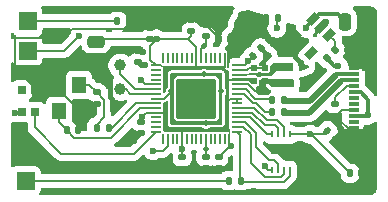
<source format=gbr>
%TF.GenerationSoftware,KiCad,Pcbnew,9.0.0*%
%TF.CreationDate,2025-06-27T23:21:56-04:00*%
%TF.ProjectId,microkey,6d696372-6f6b-4657-992e-6b696361645f,rev?*%
%TF.SameCoordinates,Original*%
%TF.FileFunction,Copper,L2,Bot*%
%TF.FilePolarity,Positive*%
%FSLAX46Y46*%
G04 Gerber Fmt 4.6, Leading zero omitted, Abs format (unit mm)*
G04 Created by KiCad (PCBNEW 9.0.0) date 2025-06-27 23:21:56*
%MOMM*%
%LPD*%
G01*
G04 APERTURE LIST*
G04 Aperture macros list*
%AMRoundRect*
0 Rectangle with rounded corners*
0 $1 Rounding radius*
0 $2 $3 $4 $5 $6 $7 $8 $9 X,Y pos of 4 corners*
0 Add a 4 corners polygon primitive as box body*
4,1,4,$2,$3,$4,$5,$6,$7,$8,$9,$2,$3,0*
0 Add four circle primitives for the rounded corners*
1,1,$1+$1,$2,$3*
1,1,$1+$1,$4,$5*
1,1,$1+$1,$6,$7*
1,1,$1+$1,$8,$9*
0 Add four rect primitives between the rounded corners*
20,1,$1+$1,$2,$3,$4,$5,0*
20,1,$1+$1,$4,$5,$6,$7,0*
20,1,$1+$1,$6,$7,$8,$9,0*
20,1,$1+$1,$8,$9,$2,$3,0*%
%AMRotRect*
0 Rectangle, with rotation*
0 The origin of the aperture is its center*
0 $1 length*
0 $2 width*
0 $3 Rotation angle, in degrees counterclockwise*
0 Add horizontal line*
21,1,$1,$2,0,0,$3*%
%AMFreePoly0*
4,1,18,-0.437500,0.050000,-0.433694,0.069134,-0.422855,0.085355,-0.406634,0.096194,-0.387500,0.100000,0.387500,0.100000,0.406634,0.096194,0.422855,0.085355,0.433694,0.069134,0.437500,0.050000,0.437500,-0.050000,0.387500,-0.100000,-0.387500,-0.100000,-0.406634,-0.096194,-0.422855,-0.085355,-0.433694,-0.069134,-0.437500,-0.050000,-0.437500,0.050000,-0.437500,0.050000,$1*%
%AMFreePoly1*
4,1,18,-0.437500,0.050000,-0.433694,0.069134,-0.422855,0.085355,-0.406634,0.096194,-0.387500,0.100000,0.387500,0.100000,0.437500,0.050000,0.437500,-0.050000,0.433694,-0.069134,0.422855,-0.085355,0.406634,-0.096194,0.387500,-0.100000,-0.387500,-0.100000,-0.406634,-0.096194,-0.422855,-0.085355,-0.433694,-0.069134,-0.437500,-0.050000,-0.437500,0.050000,-0.437500,0.050000,$1*%
%AMFreePoly2*
4,1,18,-0.100000,0.387500,-0.096194,0.406634,-0.085355,0.422855,-0.069134,0.433694,-0.050000,0.437500,0.050000,0.437500,0.069134,0.433694,0.085355,0.422855,0.096194,0.406634,0.100000,0.387500,0.100000,-0.387500,0.096194,-0.406634,0.085355,-0.422855,0.069134,-0.433694,0.050000,-0.437500,-0.050000,-0.437500,-0.100000,-0.387500,-0.100000,0.387500,-0.100000,0.387500,$1*%
%AMFreePoly3*
4,1,18,-0.100000,0.387500,-0.096194,0.406634,-0.085355,0.422855,-0.069134,0.433694,-0.050000,0.437500,0.050000,0.437500,0.069134,0.433694,0.085355,0.422855,0.096194,0.406634,0.100000,0.387500,0.100000,-0.387500,0.050000,-0.437500,-0.050000,-0.437500,-0.069134,-0.433694,-0.085355,-0.422855,-0.096194,-0.406634,-0.100000,-0.387500,-0.100000,0.387500,-0.100000,0.387500,$1*%
%AMFreePoly4*
4,1,18,-0.437500,0.050000,-0.387500,0.100000,0.387500,0.100000,0.406634,0.096194,0.422855,0.085355,0.433694,0.069134,0.437500,0.050000,0.437500,-0.050000,0.433694,-0.069134,0.422855,-0.085355,0.406634,-0.096194,0.387500,-0.100000,-0.387500,-0.100000,-0.406634,-0.096194,-0.422855,-0.085355,-0.433694,-0.069134,-0.437500,-0.050000,-0.437500,0.050000,-0.437500,0.050000,$1*%
%AMFreePoly5*
4,1,18,-0.437500,0.050000,-0.433694,0.069134,-0.422855,0.085355,-0.406634,0.096194,-0.387500,0.100000,0.387500,0.100000,0.406634,0.096194,0.422855,0.085355,0.433694,0.069134,0.437500,0.050000,0.437500,-0.050000,0.433694,-0.069134,0.422855,-0.085355,0.406634,-0.096194,0.387500,-0.100000,-0.387500,-0.100000,-0.437500,-0.050000,-0.437500,0.050000,-0.437500,0.050000,$1*%
%AMFreePoly6*
4,1,18,-0.100000,0.387500,-0.096194,0.406634,-0.085355,0.422855,-0.069134,0.433694,-0.050000,0.437500,0.050000,0.437500,0.100000,0.387500,0.100000,-0.387500,0.096194,-0.406634,0.085355,-0.422855,0.069134,-0.433694,0.050000,-0.437500,-0.050000,-0.437500,-0.069134,-0.433694,-0.085355,-0.422855,-0.096194,-0.406634,-0.100000,-0.387500,-0.100000,0.387500,-0.100000,0.387500,$1*%
%AMFreePoly7*
4,1,18,-0.100000,0.387500,-0.050000,0.437500,0.050000,0.437500,0.069134,0.433694,0.085355,0.422855,0.096194,0.406634,0.100000,0.387500,0.100000,-0.387500,0.096194,-0.406634,0.085355,-0.422855,0.069134,-0.433694,0.050000,-0.437500,-0.050000,-0.437500,-0.069134,-0.433694,-0.085355,-0.422855,-0.096194,-0.406634,-0.100000,-0.387500,-0.100000,0.387500,-0.100000,0.387500,$1*%
G04 Aperture macros list end*
%TA.AperFunction,SMDPad,CuDef*%
%ADD10FreePoly0,90.000000*%
%TD*%
%TA.AperFunction,SMDPad,CuDef*%
%ADD11RoundRect,0.050000X0.050000X-0.387500X0.050000X0.387500X-0.050000X0.387500X-0.050000X-0.387500X0*%
%TD*%
%TA.AperFunction,SMDPad,CuDef*%
%ADD12FreePoly1,90.000000*%
%TD*%
%TA.AperFunction,SMDPad,CuDef*%
%ADD13FreePoly2,90.000000*%
%TD*%
%TA.AperFunction,SMDPad,CuDef*%
%ADD14RoundRect,0.050000X0.387500X-0.050000X0.387500X0.050000X-0.387500X0.050000X-0.387500X-0.050000X0*%
%TD*%
%TA.AperFunction,SMDPad,CuDef*%
%ADD15FreePoly3,90.000000*%
%TD*%
%TA.AperFunction,SMDPad,CuDef*%
%ADD16FreePoly4,90.000000*%
%TD*%
%TA.AperFunction,SMDPad,CuDef*%
%ADD17FreePoly5,90.000000*%
%TD*%
%TA.AperFunction,SMDPad,CuDef*%
%ADD18FreePoly6,90.000000*%
%TD*%
%TA.AperFunction,SMDPad,CuDef*%
%ADD19FreePoly7,90.000000*%
%TD*%
%TA.AperFunction,SMDPad,CuDef*%
%ADD20RoundRect,0.153000X-1.547000X-1.547000X1.547000X-1.547000X1.547000X1.547000X-1.547000X1.547000X0*%
%TD*%
%TA.AperFunction,ComponentPad*%
%ADD21C,0.600000*%
%TD*%
%TA.AperFunction,SMDPad,CuDef*%
%ADD22C,1.000000*%
%TD*%
%TA.AperFunction,SMDPad,CuDef*%
%ADD23RoundRect,0.140000X-0.170000X0.140000X-0.170000X-0.140000X0.170000X-0.140000X0.170000X0.140000X0*%
%TD*%
%TA.AperFunction,SMDPad,CuDef*%
%ADD24R,0.700000X0.700000*%
%TD*%
%TA.AperFunction,SMDPad,CuDef*%
%ADD25R,1.500000X1.500000*%
%TD*%
%TA.AperFunction,SMDPad,CuDef*%
%ADD26RoundRect,0.135000X-0.135000X-0.185000X0.135000X-0.185000X0.135000X0.185000X-0.135000X0.185000X0*%
%TD*%
%TA.AperFunction,SMDPad,CuDef*%
%ADD27RoundRect,0.250000X-0.250000X-0.475000X0.250000X-0.475000X0.250000X0.475000X-0.250000X0.475000X0*%
%TD*%
%TA.AperFunction,SMDPad,CuDef*%
%ADD28RoundRect,0.135000X0.035355X-0.226274X0.226274X-0.035355X-0.035355X0.226274X-0.226274X0.035355X0*%
%TD*%
%TA.AperFunction,SMDPad,CuDef*%
%ADD29RotRect,0.600000X1.000000X315.000000*%
%TD*%
%TA.AperFunction,SMDPad,CuDef*%
%ADD30R,0.280000X0.600000*%
%TD*%
%TA.AperFunction,SMDPad,CuDef*%
%ADD31R,1.700000X0.300000*%
%TD*%
%TA.AperFunction,SMDPad,CuDef*%
%ADD32R,0.530000X0.470000*%
%TD*%
%TA.AperFunction,SMDPad,CuDef*%
%ADD33RoundRect,0.140000X0.021213X-0.219203X0.219203X-0.021213X-0.021213X0.219203X-0.219203X0.021213X0*%
%TD*%
%TA.AperFunction,SMDPad,CuDef*%
%ADD34RoundRect,0.135000X0.135000X0.185000X-0.135000X0.185000X-0.135000X-0.185000X0.135000X-0.185000X0*%
%TD*%
%TA.AperFunction,SMDPad,CuDef*%
%ADD35R,1.700000X0.700000*%
%TD*%
%TA.AperFunction,SMDPad,CuDef*%
%ADD36R,0.900000X0.300000*%
%TD*%
%TA.AperFunction,SMDPad,CuDef*%
%ADD37R,1.000000X1.430000*%
%TD*%
%TA.AperFunction,ComponentPad*%
%ADD38O,2.400000X1.200000*%
%TD*%
%TA.AperFunction,SMDPad,CuDef*%
%ADD39RoundRect,0.140000X0.170000X-0.140000X0.170000X0.140000X-0.170000X0.140000X-0.170000X-0.140000X0*%
%TD*%
%TA.AperFunction,SMDPad,CuDef*%
%ADD40RoundRect,0.135000X0.185000X-0.135000X0.185000X0.135000X-0.185000X0.135000X-0.185000X-0.135000X0*%
%TD*%
%TA.AperFunction,SMDPad,CuDef*%
%ADD41RoundRect,0.140000X-0.219203X-0.021213X-0.021213X-0.219203X0.219203X0.021213X0.021213X0.219203X0*%
%TD*%
%TA.AperFunction,SMDPad,CuDef*%
%ADD42RoundRect,0.140000X-0.140000X-0.170000X0.140000X-0.170000X0.140000X0.170000X-0.140000X0.170000X0*%
%TD*%
%TA.AperFunction,SMDPad,CuDef*%
%ADD43RoundRect,0.140000X0.140000X0.170000X-0.140000X0.170000X-0.140000X-0.170000X0.140000X-0.170000X0*%
%TD*%
%TA.AperFunction,SMDPad,CuDef*%
%ADD44R,1.200000X1.400000*%
%TD*%
%TA.AperFunction,SMDPad,CuDef*%
%ADD45RoundRect,0.250000X0.250000X0.475000X-0.250000X0.475000X-0.250000X-0.475000X0.250000X-0.475000X0*%
%TD*%
%TA.AperFunction,SMDPad,CuDef*%
%ADD46RoundRect,0.250000X-0.475000X0.250000X-0.475000X-0.250000X0.475000X-0.250000X0.475000X0.250000X0*%
%TD*%
%TA.AperFunction,ViaPad*%
%ADD47C,0.600000*%
%TD*%
%TA.AperFunction,ViaPad*%
%ADD48C,0.500000*%
%TD*%
%TA.AperFunction,Conductor*%
%ADD49C,0.200000*%
%TD*%
%TA.AperFunction,Conductor*%
%ADD50C,0.500000*%
%TD*%
%TA.AperFunction,Conductor*%
%ADD51C,0.400000*%
%TD*%
%TA.AperFunction,Conductor*%
%ADD52C,0.300000*%
%TD*%
%TA.AperFunction,Conductor*%
%ADD53C,0.110000*%
%TD*%
G04 APERTURE END LIST*
D10*
%TO.P,U1,1,IOVDD*%
%TO.N,+3V3*%
X205490000Y-110237501D03*
D11*
%TO.P,U1,2,GPIO0*%
%TO.N,/GPIO0*%
X205090000Y-110237500D03*
%TO.P,U1,3,GPIO1*%
%TO.N,/GPIO1*%
X204690000Y-110237500D03*
%TO.P,U1,4,GPIO2*%
%TO.N,/GPIO2*%
X204290000Y-110237500D03*
%TO.P,U1,5,GPIO3*%
%TO.N,/GPIO3*%
X203890001Y-110237500D03*
%TO.P,U1,7,GPIO4*%
%TO.N,/GPIO4*%
X203090000Y-110237500D03*
%TO.P,U1,8,GPIO5*%
%TO.N,/GPIO5*%
X202690000Y-110237501D03*
%TO.P,U1,9,GPIO6*%
%TO.N,/GPIO6*%
X202290000Y-110237500D03*
%TO.P,U1,10,GPIO7*%
%TO.N,/GPIO7*%
X201890000Y-110237500D03*
%TO.P,U1,11,IOVDD*%
%TO.N,+3V3*%
X201489999Y-110237500D03*
%TO.P,U1,12,GPIO8*%
%TO.N,/GPIO8*%
X201090000Y-110237500D03*
%TO.P,U1,13,GPIO9*%
%TO.N,/GPIO9*%
X200690000Y-110237500D03*
%TO.P,U1,14,GPIO10*%
%TO.N,/GPIO10*%
X200290000Y-110237500D03*
D12*
%TO.P,U1,15,GPIO11*%
%TO.N,/GPIO11*%
X199890000Y-110237501D03*
D13*
%TO.P,U1,16,GPIO12*%
%TO.N,/GPIO12*%
X199252499Y-109600000D03*
D14*
%TO.P,U1,17,GPIO13*%
%TO.N,/GPIO13*%
X199252500Y-109200000D03*
%TO.P,U1,18,GPIO14*%
%TO.N,/GPIO14*%
X199252500Y-108800000D03*
%TO.P,U1,19,GPIO15*%
%TO.N,/GPIO15*%
X199252500Y-108400000D03*
%TO.P,U1,20,IOVDD*%
%TO.N,+3V3*%
X199252500Y-108000001D03*
%TO.P,U1,21,XIN*%
%TO.N,/XIN*%
X199252500Y-107600000D03*
%TO.P,U1,22,XOUT*%
%TO.N,/XOUT*%
X199252500Y-107200000D03*
%TO.P,U1,24,SWCLK*%
%TO.N,/SWCLK*%
X199252500Y-106400000D03*
%TO.P,U1,25,SWD*%
%TO.N,/SWD*%
X199252500Y-106000000D03*
%TO.P,U1,26,RUN*%
%TO.N,/RUN*%
X199252500Y-105599999D03*
%TO.P,U1,27,GPIO16*%
%TO.N,/GPIO16*%
X199252500Y-105200000D03*
%TO.P,U1,28,GPIO17*%
%TO.N,/GPIO17*%
X199252500Y-104800000D03*
%TO.P,U1,29,GPIO18*%
%TO.N,/GPIO18*%
X199252500Y-104400000D03*
D15*
%TO.P,U1,30,IOVDD*%
%TO.N,+3V3*%
X199252499Y-104000000D03*
D16*
%TO.P,U1,31,GPIO19*%
%TO.N,/GPIO19*%
X199890000Y-103362499D03*
D11*
%TO.P,U1,32,GPIO20*%
%TO.N,/GPIO20*%
X200290000Y-103362500D03*
%TO.P,U1,33,GPIO21*%
%TO.N,/GPIO21*%
X200690000Y-103362500D03*
%TO.P,U1,34,GPIO22*%
%TO.N,/GPIO22*%
X201090000Y-103362500D03*
%TO.P,U1,35,GPIO23*%
%TO.N,/GPIO23*%
X201489999Y-103362500D03*
%TO.P,U1,36,GPIO24*%
%TO.N,/GPIO24*%
X201890000Y-103362500D03*
%TO.P,U1,37,GPIO25*%
%TO.N,/GPIO25*%
X202290000Y-103362500D03*
%TO.P,U1,38,IOVDD*%
%TO.N,+3V3*%
X202690000Y-103362499D03*
%TO.P,U1,40,GPIO26_ADC0*%
%TO.N,/GPIO26_ADC0*%
X203490000Y-103362500D03*
%TO.P,U1,41,GPIO27_ADC1*%
%TO.N,/GPIO27_ADC1*%
X203890001Y-103362500D03*
%TO.P,U1,42,GPIO28_ADC2*%
%TO.N,/GPIO28_ADC2*%
X204290000Y-103362500D03*
%TO.P,U1,43,GPIO29_ADC3*%
%TO.N,/GPIO29_ADC3*%
X204690000Y-103362500D03*
%TO.P,U1,44,ADC_AVDD*%
%TO.N,+3V3*%
X205090000Y-103362500D03*
D17*
%TO.P,U1,45,IOVDD*%
X205490000Y-103362499D03*
D18*
%TO.P,U1,46,VREG_AVDD*%
%TO.N,/VREG_AVDD*%
X206127501Y-104000000D03*
D14*
%TO.P,U1,47,VREG_PGND*%
%TO.N,GND*%
X206127500Y-104400000D03*
%TO.P,U1,48,VREG_LX*%
%TO.N,/VREG_LX*%
X206127500Y-104800000D03*
%TO.P,U1,49,VREG_VIN*%
%TO.N,+3V3*%
X206127500Y-105200000D03*
%TO.P,U1,50,VREG_FB*%
%TO.N,+1V1*%
X206127500Y-105599999D03*
%TO.P,U1,51,USB_DM*%
%TO.N,Net-(U1-USB_DM)*%
X206127500Y-106000000D03*
%TO.P,U1,52,USB_DP*%
%TO.N,Net-(U1-USB_DP)*%
X206127500Y-106400000D03*
%TO.P,U1,53,USB_OTP_VDD*%
%TO.N,+3V3*%
X206127501Y-106800000D03*
%TO.P,U1,54,QSPI_IOVDD*%
X206127500Y-107200000D03*
%TO.P,U1,56,QSPI_SCLK*%
%TO.N,/QSPI_SCLK*%
X206127500Y-108000001D03*
%TO.P,U1,57,QSPI_SD0*%
%TO.N,/QSPI_SD0*%
X206127500Y-108400000D03*
%TO.P,U1,58,QSPI_SD2*%
%TO.N,/QSPI_SD2*%
X206127500Y-108800000D03*
%TO.P,U1,59,QSPI_SD1*%
%TO.N,/QSPI_SD1*%
X206127500Y-109200000D03*
D19*
%TO.P,U1,60,QSPI_SS*%
%TO.N,/FLASH_SS*%
X206127501Y-109600000D03*
D11*
%TO.P,U1,39,DVDD*%
%TO.N,+1V1*%
X203090000Y-103362500D03*
D14*
%TO.P,U1,23,DVDD*%
X199252499Y-106800000D03*
D11*
%TO.P,U1,6,DVDD*%
X203490000Y-110237500D03*
D14*
%TO.P,U1,55,QSPI_SD3*%
%TO.N,/QSPI_SD3*%
X206127500Y-107600000D03*
D20*
%TO.P,U1,61,GND*%
%TO.N,GND*%
X202690000Y-106800000D03*
D21*
X202690000Y-108175000D03*
X204065000Y-105425000D03*
X201315000Y-106800000D03*
X204065000Y-108175000D03*
X202690000Y-105425000D03*
X204065000Y-106800000D03*
X201315000Y-105425000D03*
X202690000Y-106800000D03*
X201315000Y-108175000D03*
%TD*%
D22*
%TO.P,TP6,1,1*%
%TO.N,/SWCLK*%
X196250000Y-106000000D03*
%TD*%
%TO.P,TP5,1,1*%
%TO.N,/SWD*%
X196250000Y-104000000D03*
%TD*%
D23*
%TO.P,C4,1*%
%TO.N,Net-(C4-Pad1)*%
X194250000Y-106270000D03*
%TO.P,C4,2*%
%TO.N,GND*%
X194250000Y-107230000D03*
%TD*%
D24*
%TO.P,D1,1,DOUT*%
%TO.N,unconnected-(D1-DOUT-Pad1)*%
X187900000Y-106085000D03*
%TO.P,D1,2,VSS*%
%TO.N,GND*%
X189000000Y-106085000D03*
%TO.P,D1,3,DIN*%
%TO.N,/GPIO12*%
X189000000Y-107915000D03*
%TO.P,D1,4,VDD*%
%TO.N,VBUS*%
X187900000Y-107915000D03*
%TD*%
D25*
%TO.P,TP4,1,1*%
%TO.N,/~{USB_BOOT}*%
X188250000Y-113750000D03*
%TD*%
%TO.P,TP3,1,1*%
%TO.N,GND*%
X188250000Y-111250000D03*
%TD*%
%TO.P,TP2,1,1*%
%TO.N,/RUN*%
X188400000Y-102750000D03*
%TD*%
%TO.P,TP1,1,1*%
%TO.N,Net-(R4-Pad1)*%
X188400000Y-100250000D03*
%TD*%
D26*
%TO.P,R4,2*%
%TO.N,GND*%
X197009999Y-100250000D03*
%TO.P,R4,1*%
%TO.N,Net-(R4-Pad1)*%
X195990001Y-100250000D03*
%TD*%
D27*
%TO.P,C1,1*%
%TO.N,VBUS*%
X215260001Y-100290000D03*
%TO.P,C1,2*%
%TO.N,GND*%
X217159999Y-100290000D03*
%TD*%
D28*
%TO.P,R16,1*%
%TO.N,VBUS*%
X213719376Y-103370624D03*
%TO.P,R16,2*%
%TO.N,/3V3_EN*%
X214440624Y-102649376D03*
%TD*%
D29*
%TO.P,U2,1,IN*%
%TO.N,VBUS*%
X212606066Y-100050431D03*
%TO.P,U2,2,GND*%
%TO.N,GND*%
X213277817Y-100722183D03*
%TO.P,U2,3,EN*%
%TO.N,/3V3_EN*%
X213949569Y-101393934D03*
%TO.P,U2,4,NC*%
%TO.N,unconnected-(U2-NC-Pad4)*%
X212393934Y-102949569D03*
%TO.P,U2,5,OUT*%
%TO.N,+3V3*%
X211050431Y-101606066D03*
%TD*%
D30*
%TO.P,U3,1,CS#*%
%TO.N,/FLASH_SS*%
X210580251Y-112845251D03*
%TO.P,U3,2,DO(IO1)*%
%TO.N,/QSPI_SD1*%
X210080250Y-112845251D03*
%TO.P,U3,3,WP#(IO2)*%
%TO.N,/QSPI_SD2*%
X209580250Y-112845251D03*
%TO.P,U3,4,GND*%
%TO.N,GND*%
X209080249Y-112845251D03*
%TO.P,U3,5,DI(IO0)*%
%TO.N,/QSPI_SD0*%
X209080249Y-109830251D03*
%TO.P,U3,6,CLK*%
%TO.N,/QSPI_SCLK*%
X209580250Y-109830251D03*
%TO.P,U3,7,HOLD#orRESET#(IO3)*%
%TO.N,/QSPI_SD3*%
X210080250Y-109830251D03*
%TO.P,U3,8,VCC*%
%TO.N,+3V3*%
X210580251Y-109830251D03*
D31*
%TO.P,U3,9,EP*%
%TO.N,GND*%
X209830250Y-111337751D03*
%TD*%
D32*
%TO.P,C7,2*%
%TO.N,GND*%
X208490000Y-104245000D03*
%TO.P,C7,1*%
%TO.N,+1V1*%
X208490000Y-105275000D03*
%TD*%
D33*
%TO.P,C9,2*%
%TO.N,GND*%
X208159411Y-102540589D03*
%TO.P,C9,1*%
%TO.N,/VREG_AVDD*%
X207480589Y-103219411D03*
%TD*%
D32*
%TO.P,C6,1*%
%TO.N,+3V3*%
X207540000Y-105275000D03*
%TO.P,C6,2*%
%TO.N,GND*%
X207540000Y-104245000D03*
%TD*%
D34*
%TO.P,R6,2*%
%TO.N,/~{USB_BOOT}*%
X205415001Y-113750000D03*
%TO.P,R6,1*%
%TO.N,/FLASH_SS*%
X206434999Y-113750000D03*
%TD*%
%TO.P,R8,2*%
%TO.N,Net-(U1-USB_DM)*%
X209115001Y-106925000D03*
%TO.P,R8,1*%
%TO.N,/USB_D-*%
X210134999Y-106925000D03*
%TD*%
D35*
%TO.P,L1,1,1*%
%TO.N,+1V1*%
X210050000Y-105499947D03*
%TO.P,L1,2,2*%
%TO.N,/VREG_LX*%
X210050000Y-104099947D03*
%TD*%
D34*
%TO.P,R2,2*%
%TO.N,Net-(C4-Pad1)*%
X194240001Y-109250000D03*
%TO.P,R2,1*%
%TO.N,/XOUT*%
X195259999Y-109250000D03*
%TD*%
D36*
%TO.P,USB1,A1,GND*%
%TO.N,GND*%
X216000000Y-109750000D03*
D37*
%TO.P,USB1,25,SHELL*%
X217000000Y-102999999D03*
D38*
%TO.P,USB1,26,SHELL*%
X216349999Y-111275000D03*
D37*
X217000000Y-111000001D03*
D38*
%TO.P,USB1,25,SHELL*%
X216349999Y-102725000D03*
D36*
%TO.P,USB1,B12,GND*%
X216000001Y-107750000D03*
%TO.P,USB1,A2,SSTXP1*%
X216000000Y-109250000D03*
%TO.P,USB1,A12,GND*%
X216000000Y-104250000D03*
%TO.P,USB1,A3,SSTXN1*%
%TO.N,unconnected-(USB1-SSTXN1-PadA3)*%
X216000000Y-108749999D03*
%TO.P,USB1,A4,VBUS*%
%TO.N,VBUS*%
X216000000Y-108250000D03*
%TO.P,USB1,A5,CC1*%
%TO.N,Net-(USB1-CC1)*%
X216000000Y-105750000D03*
%TO.P,USB1,A6,DP1*%
%TO.N,/USB_D+*%
X216000000Y-105250001D03*
%TO.P,USB1,A7,DN1*%
%TO.N,/USB_D-*%
X216000000Y-104750000D03*
%TO.P,USB1,B9,VBUS*%
%TO.N,VBUS*%
X216000001Y-106250000D03*
%TO.P,USB1,B10,SSRXN1*%
%TO.N,unconnected-(USB1-SSRXN1-PadB10)*%
X216000000Y-106750000D03*
%TO.P,USB1,B11,SSRXP1*%
%TO.N,unconnected-(USB1-SSRXP1-PadB11)*%
X216000000Y-107250000D03*
%TD*%
D39*
%TO.P,C15,1*%
%TO.N,+3V3*%
X202270000Y-101120000D03*
%TO.P,C15,2*%
%TO.N,GND*%
X202270000Y-100160000D03*
%TD*%
%TO.P,C8,1*%
%TO.N,+1V1*%
X203500000Y-101530000D03*
%TO.P,C8,2*%
%TO.N,GND*%
X203500000Y-100570000D03*
%TD*%
D40*
%TO.P,R9,1*%
%TO.N,GND*%
X214470000Y-108289999D03*
%TO.P,R9,2*%
%TO.N,Net-(USB1-CC1)*%
X214470000Y-107270001D03*
%TD*%
D23*
%TO.P,C11,2*%
%TO.N,GND*%
X203500000Y-112710000D03*
%TO.P,C11,1*%
%TO.N,+1V1*%
X203500000Y-111750000D03*
%TD*%
%TO.P,C12,2*%
%TO.N,GND*%
X204580000Y-112710000D03*
%TO.P,C12,1*%
%TO.N,+3V3*%
X204580000Y-111750000D03*
%TD*%
D41*
%TO.P,C14,1*%
%TO.N,+3V3*%
X213790589Y-109530589D03*
%TO.P,C14,2*%
%TO.N,GND*%
X214469411Y-110209411D03*
%TD*%
D42*
%TO.P,C17,1*%
%TO.N,+3V3*%
X215690000Y-113130000D03*
%TO.P,C17,2*%
%TO.N,GND*%
X216650000Y-113130000D03*
%TD*%
D34*
%TO.P,R7,1*%
%TO.N,/USB_D+*%
X210134999Y-107900000D03*
%TO.P,R7,2*%
%TO.N,Net-(U1-USB_DP)*%
X209115001Y-107900000D03*
%TD*%
D26*
%TO.P,R5,1*%
%TO.N,+3V3*%
X208565000Y-99950000D03*
%TO.P,R5,2*%
%TO.N,/VREG_AVDD*%
X209585000Y-99950000D03*
%TD*%
D39*
%TO.P,C18,2*%
%TO.N,GND*%
X198750000Y-100790000D03*
%TO.P,C18,1*%
%TO.N,+3V3*%
X198750000Y-101750000D03*
%TD*%
D43*
%TO.P,C2,2*%
%TO.N,GND*%
X204620000Y-101760000D03*
%TO.P,C2,1*%
%TO.N,+3V3*%
X205580000Y-101760000D03*
%TD*%
D39*
%TO.P,C10,2*%
%TO.N,GND*%
X197750000Y-102770000D03*
%TO.P,C10,1*%
%TO.N,+1V1*%
X197750000Y-103730000D03*
%TD*%
D23*
%TO.P,C13,1*%
%TO.N,+3V3*%
X198000000Y-108770000D03*
%TO.P,C13,2*%
%TO.N,GND*%
X198000000Y-109730000D03*
%TD*%
D44*
%TO.P,Y1,2,2*%
%TO.N,GND*%
X191050000Y-105650000D03*
%TO.P,Y1,4,4*%
X192750000Y-107850000D03*
%TO.P,Y1,1,1*%
%TO.N,/XIN*%
X191050000Y-107850000D03*
%TO.P,Y1,3,3*%
%TO.N,Net-(C4-Pad1)*%
X192750000Y-105650000D03*
%TD*%
D45*
%TO.P,C5,1*%
%TO.N,+3V3*%
X206749999Y-100140000D03*
%TO.P,C5,2*%
%TO.N,GND*%
X204850001Y-100140000D03*
%TD*%
D23*
%TO.P,C16,2*%
%TO.N,GND*%
X201500000Y-112730000D03*
%TO.P,C16,1*%
%TO.N,+3V3*%
X201500000Y-111770000D03*
%TD*%
D46*
%TO.P,C19,1*%
%TO.N,+3V3*%
X194180000Y-101970001D03*
%TO.P,C19,2*%
%TO.N,GND*%
X194180000Y-103869999D03*
%TD*%
D42*
%TO.P,C3,2*%
%TO.N,GND*%
X192710000Y-109500000D03*
%TO.P,C3,1*%
%TO.N,/XIN*%
X191750000Y-109500000D03*
%TD*%
D47*
%TO.N,GND*%
X197925000Y-100849000D03*
%TO.N,VBUS*%
X187300000Y-108000000D03*
D48*
%TO.N,+1V1*%
X204775000Y-106200000D03*
X203500000Y-108900000D03*
X203350000Y-104750000D03*
D47*
%TO.N,GND*%
X198150000Y-102871740D03*
%TO.N,/RUN*%
X192750000Y-101500000D03*
X198000000Y-105250000D03*
%TO.N,GND*%
X197375000Y-110375000D03*
%TO.N,+1V1*%
X198314999Y-103999843D03*
%TO.N,GND*%
X213028798Y-104801385D03*
X217250000Y-109750000D03*
X217000000Y-104250000D03*
X196000000Y-114700000D03*
X211500000Y-111250000D03*
X192500000Y-99300000D03*
X204250000Y-99300000D03*
D48*
X191795685Y-101249000D03*
D47*
X216000000Y-103690000D03*
%TO.N,VBUS*%
X217240000Y-108200000D03*
%TO.N,GND*%
X207575000Y-114600000D03*
%TO.N,VBUS*%
X214720000Y-104010000D03*
%TO.N,GND*%
X213710000Y-100330000D03*
%TO.N,VBUS*%
X211970000Y-100850000D03*
%TO.N,GND*%
X208470000Y-112540000D03*
X208770000Y-103180000D03*
%TO.N,/VREG_AVDD*%
X209510000Y-100849000D03*
X207099733Y-103622821D03*
D48*
%TO.N,+1V1*%
X203498655Y-111098730D03*
X200540000Y-106165232D03*
X203350000Y-102350000D03*
%TO.N,GND*%
X197250000Y-112750000D03*
D47*
%TO.N,/GPIO10*%
X199000000Y-111200000D03*
D48*
%TO.N,+1V1*%
X208070000Y-106200000D03*
X208620000Y-106200000D03*
D47*
%TO.N,+3V3*%
X201480682Y-111057531D03*
X199325000Y-101750000D03*
X198096654Y-108331660D03*
X212320000Y-109830251D03*
X205660522Y-110805354D03*
X211591000Y-103781000D03*
%TD*%
D49*
%TO.N,GND*%
X187349000Y-104232000D02*
X189000000Y-105883000D01*
X187349000Y-101699000D02*
X187349000Y-104232000D01*
X189000000Y-105883000D02*
X189000000Y-106085000D01*
X191345685Y-101699000D02*
X187349000Y-101699000D01*
X191795685Y-101249000D02*
X191345685Y-101699000D01*
X198150000Y-102871740D02*
X197851740Y-102871740D01*
X197851740Y-102871740D02*
X197750000Y-102770000D01*
%TO.N,+3V3*%
X198750000Y-103497501D02*
X199252499Y-104000000D01*
X198750000Y-102325000D02*
X198750000Y-103497501D01*
X199325000Y-101750000D02*
X198750000Y-101750000D01*
X199325000Y-101750000D02*
X198750000Y-102325000D01*
%TO.N,/FLASH_SS*%
X206559999Y-113875000D02*
X206434999Y-113750000D01*
X210580251Y-113387250D02*
X210092501Y-113875000D01*
X210092501Y-113875000D02*
X206559999Y-113875000D01*
X210580251Y-112845251D02*
X210580251Y-113387250D01*
%TO.N,/QSPI_SD1*%
X210080250Y-113209750D02*
X210080250Y-112845251D01*
X209840000Y-113450000D02*
X210080250Y-113209750D01*
X207290000Y-109828611D02*
X207290000Y-112270000D01*
X208470000Y-113450000D02*
X209840000Y-113450000D01*
X206661389Y-109200000D02*
X207290000Y-109828611D01*
X207290000Y-112270000D02*
X208470000Y-113450000D01*
X206127500Y-109200000D02*
X206661389Y-109200000D01*
%TO.N,Net-(U1-USB_DM)*%
X206871900Y-106000000D02*
X206127500Y-106000000D01*
X207669900Y-106798000D02*
X206871900Y-106000000D01*
X208988001Y-106798000D02*
X207669900Y-106798000D01*
X209115001Y-106925000D02*
X208988001Y-106798000D01*
%TO.N,Net-(U1-USB_DP)*%
X208467100Y-107900000D02*
X209115001Y-107900000D01*
X208001000Y-107433900D02*
X208467100Y-107900000D01*
X207766100Y-107199000D02*
X208001000Y-107433900D01*
X207504000Y-107199000D02*
X207766100Y-107199000D01*
X206705000Y-106400000D02*
X207504000Y-107199000D01*
X206127500Y-106400000D02*
X206705000Y-106400000D01*
D50*
%TO.N,/USB_D+*%
X212251364Y-108020000D02*
X214920364Y-105351000D01*
X210254999Y-108020000D02*
X212251364Y-108020000D01*
X210134999Y-107900000D02*
X210254999Y-108020000D01*
%TO.N,/USB_D-*%
X212280000Y-107000000D02*
X214480000Y-104800000D01*
X210209999Y-107000000D02*
X212280000Y-107000000D01*
X210134999Y-106925000D02*
X210209999Y-107000000D01*
D49*
%TO.N,+3V3*%
X199252500Y-108000001D02*
X200050000Y-108000001D01*
D51*
%TO.N,GND*%
X195349000Y-106660479D02*
X195525000Y-106836479D01*
X195525000Y-106836479D02*
X195525000Y-107800000D01*
X195349000Y-105038999D02*
X195349000Y-106660479D01*
X194180000Y-103869999D02*
X195349000Y-105038999D01*
D49*
%TO.N,/VREG_AVDD*%
X209510000Y-100849000D02*
X209510000Y-100025000D01*
X209510000Y-100025000D02*
X209585000Y-99950000D01*
%TO.N,/FLASH_SS*%
X206399999Y-113715000D02*
X206434999Y-113750000D01*
X206399999Y-109872498D02*
X206399999Y-113715000D01*
X206127501Y-109600000D02*
X206399999Y-109872498D01*
%TO.N,/~{USB_BOOT}*%
X188250000Y-113750000D02*
X205415001Y-113750000D01*
D51*
%TO.N,+3V3*%
X211050431Y-103240431D02*
X211050431Y-101606066D01*
X211591000Y-103781000D02*
X211050431Y-103240431D01*
D49*
%TO.N,/3V3_EN*%
X213949569Y-101463934D02*
X213949569Y-101393934D01*
X214440624Y-102649376D02*
X214440624Y-101954989D01*
D52*
%TO.N,GND*%
X213710000Y-100360000D02*
X213347817Y-100722183D01*
X213710000Y-100330000D02*
X213710000Y-100360000D01*
%TO.N,VBUS*%
X212606066Y-100120431D02*
X212606066Y-100050431D01*
X211970000Y-100756497D02*
X212606066Y-100120431D01*
D49*
%TO.N,/3V3_EN*%
X214440624Y-101954989D02*
X213949569Y-101463934D01*
D52*
%TO.N,VBUS*%
X214649001Y-99679000D02*
X215260001Y-100290000D01*
X212606066Y-100050431D02*
X212676066Y-100050431D01*
X211970000Y-100850000D02*
X211970000Y-100756497D01*
X212676066Y-100050431D02*
X213047497Y-99679000D01*
X213047497Y-99679000D02*
X214649001Y-99679000D01*
%TO.N,GND*%
X213347817Y-100722183D02*
X213277817Y-100722183D01*
D49*
%TO.N,/VREG_AVDD*%
X207480589Y-103241965D02*
X207099733Y-103622821D01*
X207480589Y-103219411D02*
X207480589Y-103241965D01*
%TO.N,GND*%
X204850001Y-100389999D02*
X204620000Y-100620000D01*
X204850001Y-99900001D02*
X204850001Y-100389999D01*
X204250000Y-99300000D02*
X204850001Y-99900001D01*
X204620000Y-100620000D02*
X204620000Y-101760000D01*
%TO.N,/GPIO12*%
X191220000Y-111460000D02*
X197392499Y-111460000D01*
X197392499Y-111460000D02*
X199252499Y-109600000D01*
X189000000Y-109240000D02*
X191220000Y-111460000D01*
X189000000Y-107915000D02*
X189000000Y-109240000D01*
%TO.N,GND*%
X196539000Y-100871000D02*
X197009999Y-100400001D01*
X197009999Y-100400001D02*
X197009999Y-100250000D01*
X192173685Y-100871000D02*
X196539000Y-100871000D01*
X191795685Y-101249000D02*
X192173685Y-100871000D01*
%TO.N,+3V3*%
X194360001Y-101790000D02*
X194180000Y-101970001D01*
X198710000Y-101790000D02*
X194360001Y-101790000D01*
X198750000Y-101750000D02*
X198710000Y-101790000D01*
%TO.N,+1V1*%
X199950000Y-106800000D02*
X199252499Y-106800000D01*
X200540000Y-106210000D02*
X199950000Y-106800000D01*
X200540000Y-106165232D02*
X200540000Y-106210000D01*
%TO.N,/XIN*%
X195449000Y-110111000D02*
X192361000Y-110111000D01*
X192361000Y-110111000D02*
X191750000Y-109500000D01*
X197960000Y-107600000D02*
X195449000Y-110111000D01*
X199252500Y-107600000D02*
X197960000Y-107600000D01*
D51*
%TO.N,+1V1*%
X198019843Y-103999843D02*
X197750000Y-103730000D01*
X198314999Y-103999843D02*
X198019843Y-103999843D01*
D49*
%TO.N,/RUN*%
X191500000Y-102750000D02*
X188400000Y-102750000D01*
X192750000Y-101500000D02*
X191500000Y-102750000D01*
%TO.N,/SWCLK*%
X197100000Y-106400000D02*
X196700000Y-106000000D01*
X199252500Y-106400000D02*
X197100000Y-106400000D01*
X196700000Y-106000000D02*
X196250000Y-106000000D01*
%TO.N,/SWD*%
X197500000Y-106000000D02*
X199252500Y-106000000D01*
X196250000Y-104750000D02*
X197500000Y-106000000D01*
X196250000Y-104000000D02*
X196250000Y-104750000D01*
%TO.N,/RUN*%
X198349999Y-105599999D02*
X198000000Y-105250000D01*
X199252500Y-105599999D02*
X198349999Y-105599999D01*
%TO.N,/XOUT*%
X197579998Y-107200000D02*
X195529998Y-109250000D01*
X195529998Y-109250000D02*
X195259999Y-109250000D01*
X199252500Y-107200000D02*
X197579998Y-107200000D01*
%TO.N,GND*%
X197750000Y-109980000D02*
X198000000Y-109730000D01*
X197375000Y-110375000D02*
X197750000Y-110000000D01*
X197750000Y-110000000D02*
X197750000Y-109980000D01*
%TO.N,Net-(C4-Pad1)*%
X194240001Y-109000000D02*
X194240001Y-109250000D01*
X194861000Y-108379001D02*
X194240001Y-109000000D01*
X194250000Y-106270000D02*
X194861000Y-106881000D01*
X194861000Y-106881000D02*
X194861000Y-108379001D01*
X193630000Y-105650000D02*
X194250000Y-106270000D01*
X192750000Y-105650000D02*
X193630000Y-105650000D01*
%TO.N,/XIN*%
X191050000Y-108800000D02*
X191750000Y-109500000D01*
X191050000Y-107850000D02*
X191050000Y-108800000D01*
%TO.N,/GPIO10*%
X200290000Y-110780000D02*
X200290000Y-110237500D01*
X199000000Y-111200000D02*
X199870000Y-111200000D01*
X199870000Y-111200000D02*
X200290000Y-110780000D01*
%TO.N,GND*%
X216000000Y-109750000D02*
X217250000Y-109750000D01*
X216000000Y-104250000D02*
X217000000Y-104250000D01*
X204620000Y-101690000D02*
X203500000Y-100570000D01*
X204620000Y-101760000D02*
X204620000Y-101690000D01*
X204620000Y-100370001D02*
X204850001Y-100140000D01*
X204620000Y-101760000D02*
X204620000Y-100370001D01*
%TO.N,Net-(R4-Pad1)*%
X195990001Y-100250000D02*
X188400000Y-100250000D01*
%TO.N,GND*%
X216000000Y-103690000D02*
X216000000Y-103074999D01*
X216000000Y-103074999D02*
X216349999Y-102725000D01*
X216000000Y-104250000D02*
X216000000Y-103690000D01*
X215930001Y-109750000D02*
X216000000Y-109750000D01*
X214470000Y-108289999D02*
X215930001Y-109750000D01*
X216000001Y-107750000D02*
X215009999Y-107750000D01*
X215009999Y-107750000D02*
X214470000Y-108289999D01*
X216000000Y-110925001D02*
X216349999Y-111275000D01*
X216000000Y-109250000D02*
X216000000Y-110925001D01*
%TO.N,Net-(USB1-CC1)*%
X214470000Y-106690000D02*
X214470000Y-107270001D01*
X215410000Y-105750000D02*
X214470000Y-106690000D01*
X216000000Y-105750000D02*
X215410000Y-105750000D01*
D52*
%TO.N,/USB_D+*%
X216000000Y-105250001D02*
X215021363Y-105250001D01*
X215021363Y-105250001D02*
X214920364Y-105351000D01*
%TO.N,/USB_D-*%
X214530000Y-104750000D02*
X214480000Y-104800000D01*
X216000000Y-104750000D02*
X214530000Y-104750000D01*
%TO.N,VBUS*%
X217240000Y-106890000D02*
X217240000Y-108200000D01*
X216600000Y-106250000D02*
X217240000Y-106890000D01*
X216000001Y-106250000D02*
X216600000Y-106250000D01*
X217190000Y-108250000D02*
X217240000Y-108200000D01*
X216000000Y-108250000D02*
X217190000Y-108250000D01*
X214358752Y-104010000D02*
X213719376Y-103370624D01*
X214720000Y-104010000D02*
X214358752Y-104010000D01*
D49*
%TO.N,/QSPI_SD2*%
X209580250Y-112303252D02*
X209580250Y-112845251D01*
X207740000Y-110930000D02*
X208810000Y-112000000D01*
X209276998Y-112000000D02*
X209580250Y-112303252D01*
X206830000Y-108800000D02*
X207740000Y-109710000D01*
X206127500Y-108800000D02*
X206830000Y-108800000D01*
X207740000Y-109710000D02*
X207740000Y-110930000D01*
X208810000Y-112000000D02*
X209276998Y-112000000D01*
%TO.N,GND*%
X208775251Y-112845251D02*
X208470000Y-112540000D01*
X209080249Y-112845251D02*
X208775251Y-112845251D01*
%TO.N,/QSPI_SD0*%
X208640251Y-109830251D02*
X209080249Y-109830251D01*
X207210000Y-108400000D02*
X208640251Y-109830251D01*
X206127500Y-108400000D02*
X207210000Y-108400000D01*
%TO.N,/QSPI_SCLK*%
X208474900Y-109042000D02*
X207432901Y-108000001D01*
X209333998Y-109042000D02*
X208474900Y-109042000D01*
X209580250Y-109288252D02*
X209333998Y-109042000D01*
X209580250Y-109830251D02*
X209580250Y-109288252D01*
X207432901Y-108000001D02*
X206127500Y-108000001D01*
%TO.N,/QSPI_SD3*%
X207600000Y-107600000D02*
X206127500Y-107600000D01*
X208641000Y-108641000D02*
X207600000Y-107600000D01*
X209500098Y-108641000D02*
X208641000Y-108641000D01*
X210080250Y-109221152D02*
X209500098Y-108641000D01*
X210080250Y-109830251D02*
X210080250Y-109221152D01*
D53*
%TO.N,+3V3*%
X205434001Y-109763110D02*
X205434001Y-109354001D01*
X205490000Y-109819109D02*
X205434001Y-109763110D01*
X205490000Y-110237501D02*
X205490000Y-109819109D01*
X200035999Y-104055999D02*
X200170000Y-104190000D01*
X199733962Y-104055999D02*
X200035999Y-104055999D01*
X199677963Y-104000000D02*
X199733962Y-104055999D01*
X199252499Y-104000000D02*
X199677963Y-104000000D01*
D49*
X202690000Y-103362499D02*
X202690000Y-104110000D01*
%TO.N,GND*%
X208159411Y-102569411D02*
X208770000Y-103180000D01*
X208159411Y-102540589D02*
X208159411Y-102569411D01*
X208490000Y-103460000D02*
X208770000Y-103180000D01*
X208490000Y-104245000D02*
X208490000Y-103460000D01*
%TO.N,/VREG_AVDD*%
X207099733Y-103680267D02*
X206780000Y-104000000D01*
X207099733Y-103622821D02*
X207099733Y-103680267D01*
X207157179Y-103622821D02*
X207480589Y-103299411D01*
X207099733Y-103622821D02*
X207157179Y-103622821D01*
X206780000Y-104000000D02*
X206127501Y-104000000D01*
%TO.N,GND*%
X207540000Y-104245000D02*
X208490000Y-104245000D01*
X206960000Y-104400000D02*
X207115000Y-104245000D01*
X207115000Y-104245000D02*
X207540000Y-104245000D01*
X206127500Y-104400000D02*
X206960000Y-104400000D01*
%TO.N,+1V1*%
X207038999Y-105599999D02*
X207639000Y-106200000D01*
X206127500Y-105599999D02*
X207038999Y-105599999D01*
X207639000Y-106200000D02*
X208070000Y-106200000D01*
%TO.N,+3V3*%
X206127500Y-105200000D02*
X205350000Y-105200000D01*
%TO.N,GND*%
X192750000Y-107850000D02*
X192750000Y-107750000D01*
X192750000Y-107750000D02*
X191050000Y-106050000D01*
X191050000Y-106050000D02*
X191050000Y-105650000D01*
%TO.N,+1V1*%
X203500000Y-101530000D02*
X203500000Y-102200000D01*
X203500000Y-102200000D02*
X203350000Y-102350000D01*
%TO.N,+3V3*%
X202270000Y-101490000D02*
X202010000Y-101750000D01*
X202270000Y-101120000D02*
X202270000Y-101490000D01*
X202690000Y-102430000D02*
X202010000Y-101750000D01*
X202690000Y-103362499D02*
X202690000Y-102430000D01*
X201489999Y-109469999D02*
X201480000Y-109460000D01*
X201489999Y-110237500D02*
X201489999Y-109469999D01*
%TO.N,+1V1*%
X203490000Y-110237500D02*
X203490000Y-111740000D01*
X203490000Y-111740000D02*
X203500000Y-111750000D01*
X203090000Y-102610000D02*
X203350000Y-102350000D01*
X203090000Y-102610000D02*
X203090000Y-103362500D01*
%TO.N,+3V3*%
X206127500Y-107200000D02*
X206127501Y-106800000D01*
X205500000Y-106800000D02*
X205420000Y-106880000D01*
X206127501Y-106800000D02*
X205500000Y-106800000D01*
X201489999Y-110237500D02*
X201489999Y-111759999D01*
X201489999Y-111759999D02*
X201500000Y-111770000D01*
X205380000Y-103472499D02*
X205380000Y-104160000D01*
X205090000Y-104150000D02*
X205100000Y-104160000D01*
X205090000Y-103362500D02*
X205090000Y-104150000D01*
X202010000Y-101750000D02*
X198750000Y-101750000D01*
D52*
%TO.N,GND*%
X189000000Y-105881140D02*
X189000000Y-106085000D01*
D49*
%TO.N,+3V3*%
X205524646Y-110805354D02*
X205660522Y-110805354D01*
X205660522Y-110805354D02*
X205491000Y-110635832D01*
X198088340Y-108331660D02*
X198000000Y-108420000D01*
X198419999Y-108000001D02*
X199252500Y-108000001D01*
X198096654Y-108331660D02*
X198088340Y-108331660D01*
X198096654Y-108331660D02*
X198096654Y-108323346D01*
X198000000Y-108420000D02*
X198000000Y-108770000D01*
X205491000Y-110635832D02*
X205491000Y-110237501D01*
X212320000Y-109830251D02*
X213490927Y-109830251D01*
X213490927Y-109830251D02*
X213790589Y-109530589D01*
X212320000Y-109830251D02*
X212390251Y-109830251D01*
X204580000Y-111750000D02*
X205524646Y-110805354D01*
X212390251Y-109830251D02*
X215690000Y-113130000D01*
X210580251Y-109830251D02*
X212320000Y-109830251D01*
X198096654Y-108323346D02*
X198419999Y-108000001D01*
D52*
%TO.N,VBUS*%
X187300000Y-108000000D02*
X187815000Y-108000000D01*
X187815000Y-108000000D02*
X187900000Y-107915000D01*
%TD*%
%TA.AperFunction,Conductor*%
%TO.N,+3V3*%
G36*
X207691714Y-105042859D02*
G01*
X207715528Y-105094247D01*
X207715477Y-105101404D01*
X207696661Y-105440105D01*
X207672118Y-105491148D01*
X207622775Y-105510000D01*
X207404623Y-105510000D01*
X207352297Y-105488326D01*
X207223510Y-105359539D01*
X207154989Y-105319978D01*
X207154984Y-105319976D01*
X207078563Y-105299499D01*
X207078561Y-105299499D01*
X206539674Y-105299499D01*
X205715326Y-105299499D01*
X205669684Y-105308578D01*
X205655247Y-105310000D01*
X205614000Y-105310000D01*
X205561674Y-105288326D01*
X205540000Y-105236000D01*
X205540000Y-105181007D01*
X205561674Y-105128681D01*
X205610945Y-105107071D01*
X205768585Y-105100562D01*
X205771637Y-105100500D01*
X206539672Y-105100500D01*
X206539674Y-105100500D01*
X206612740Y-105085966D01*
X206612741Y-105085965D01*
X206612742Y-105085965D01*
X206627760Y-105075930D01*
X206665818Y-105063521D01*
X207638541Y-105023362D01*
X207691714Y-105042859D01*
G37*
%TD.AperFunction*%
%TD*%
%TA.AperFunction,Conductor*%
%TO.N,+1V1*%
G36*
X210898325Y-105141673D02*
G01*
X210919999Y-105193999D01*
X210920001Y-105745999D01*
X210898327Y-105798325D01*
X210846001Y-105819999D01*
X209100651Y-105820000D01*
X209048325Y-105798326D01*
X208770001Y-105519999D01*
X208620001Y-105519999D01*
X208620001Y-105720000D01*
X208948325Y-106048325D01*
X208969999Y-106100651D01*
X208969999Y-106239347D01*
X208948324Y-106291673D01*
X208764172Y-106475826D01*
X208711848Y-106497500D01*
X208028151Y-106497500D01*
X207975825Y-106475826D01*
X207791673Y-106291674D01*
X207769999Y-106239348D01*
X207770000Y-105844000D01*
X207791674Y-105791674D01*
X207844000Y-105770000D01*
X207969999Y-105770000D01*
X207969999Y-105293999D01*
X207991673Y-105241673D01*
X208043999Y-105219999D01*
X208170000Y-105219999D01*
X208170001Y-105219999D01*
X208170000Y-105193998D01*
X208191673Y-105141674D01*
X208243998Y-105119999D01*
X209545000Y-105120000D01*
X210845999Y-105119999D01*
X210898325Y-105141673D01*
G37*
%TD.AperFunction*%
%TD*%
%TA.AperFunction,Conductor*%
%TO.N,/VREG_LX*%
G36*
X210865149Y-103771638D02*
G01*
X210886823Y-103823964D01*
X210886823Y-104375965D01*
X210865149Y-104428291D01*
X210812823Y-104449965D01*
X209486827Y-104449964D01*
X209043963Y-104892825D01*
X208991637Y-104914499D01*
X208250304Y-104914499D01*
X208250303Y-104914499D01*
X208243998Y-104914499D01*
X208243988Y-104914500D01*
X208212638Y-104914501D01*
X208176032Y-104921781D01*
X208160522Y-104932143D01*
X208147871Y-104937383D01*
X208147861Y-104937386D01*
X208131104Y-104944329D01*
X208102782Y-104949964D01*
X207918595Y-104949964D01*
X207877485Y-104937494D01*
X207866451Y-104930122D01*
X207846589Y-104910520D01*
X207839166Y-104899722D01*
X207762459Y-104849920D01*
X207762457Y-104849919D01*
X207740069Y-104841710D01*
X207709286Y-104830423D01*
X207630064Y-104818037D01*
X207630060Y-104818037D01*
X207033964Y-104842646D01*
X207033965Y-104842647D01*
X207023808Y-104843066D01*
X206795309Y-104852499D01*
X206662949Y-104857964D01*
X206662946Y-104857964D01*
X206657341Y-104858196D01*
X206602114Y-104868144D01*
X206564056Y-104880553D01*
X206546793Y-104888936D01*
X206539924Y-104890768D01*
X206538902Y-104890632D01*
X206535300Y-104891843D01*
X206526585Y-104893577D01*
X206512144Y-104895000D01*
X205800824Y-104895000D01*
X205748498Y-104873326D01*
X205726824Y-104821000D01*
X205726824Y-104774500D01*
X205748498Y-104722174D01*
X205800824Y-104700500D01*
X206889150Y-104700500D01*
X206920438Y-104700500D01*
X206999562Y-104700500D01*
X207075989Y-104680021D01*
X207144511Y-104640460D01*
X207165300Y-104619670D01*
X207217624Y-104597996D01*
X207232056Y-104599417D01*
X207262637Y-104605500D01*
X207817362Y-104605499D01*
X207853968Y-104598219D01*
X207895481Y-104570481D01*
X207895483Y-104570477D01*
X207898788Y-104567174D01*
X207951114Y-104545500D01*
X208078886Y-104545500D01*
X208131212Y-104567174D01*
X208134518Y-104570480D01*
X208134519Y-104570481D01*
X208176032Y-104598219D01*
X208212637Y-104605500D01*
X208767362Y-104605499D01*
X208803968Y-104598219D01*
X208845481Y-104570481D01*
X208873219Y-104528968D01*
X208873219Y-104528963D01*
X208876007Y-104522236D01*
X208877442Y-104522830D01*
X208882176Y-104513972D01*
X208881192Y-104513565D01*
X208886823Y-104499966D01*
X208886826Y-104499964D01*
X208886825Y-104080615D01*
X208908498Y-104028291D01*
X209165150Y-103771637D01*
X209217475Y-103749964D01*
X210812825Y-103749964D01*
X210865149Y-103771638D01*
G37*
%TD.AperFunction*%
%TD*%
%TA.AperFunction,Conductor*%
%TO.N,GND*%
G36*
X213706264Y-107728979D02*
G01*
X213762198Y-107770850D01*
X213769661Y-107782037D01*
X213778865Y-107797599D01*
X213778867Y-107797601D01*
X213778869Y-107797604D01*
X213892396Y-107911131D01*
X213892400Y-107911134D01*
X213892402Y-107911136D01*
X214030607Y-107992870D01*
X214049094Y-107998241D01*
X214184791Y-108037665D01*
X214184794Y-108037665D01*
X214184796Y-108037666D01*
X214220819Y-108040501D01*
X214719180Y-108040500D01*
X214755204Y-108037666D01*
X214890905Y-107998241D01*
X214960774Y-107998440D01*
X215019444Y-108036382D01*
X215048288Y-108100020D01*
X215049500Y-108117317D01*
X215049500Y-108447868D01*
X215049501Y-108447878D01*
X215053679Y-108486744D01*
X215053679Y-108513249D01*
X215049500Y-108552121D01*
X215049500Y-108947869D01*
X215049501Y-108947875D01*
X215055908Y-109007482D01*
X215106202Y-109142327D01*
X215106206Y-109142334D01*
X215192452Y-109257543D01*
X215192455Y-109257546D01*
X215307664Y-109343792D01*
X215307671Y-109343796D01*
X215442517Y-109394090D01*
X215442516Y-109394090D01*
X215449444Y-109394834D01*
X215502127Y-109400499D01*
X216497872Y-109400498D01*
X216557483Y-109394090D01*
X216692331Y-109343795D01*
X216807546Y-109257545D01*
X216893796Y-109142330D01*
X216898430Y-109129907D01*
X216924630Y-109059659D01*
X216966500Y-109003725D01*
X217031964Y-108979307D01*
X217065004Y-108981374D01*
X217161155Y-109000500D01*
X217161158Y-109000500D01*
X217318844Y-109000500D01*
X217318845Y-109000499D01*
X217473497Y-108969737D01*
X217619179Y-108909394D01*
X217750289Y-108821789D01*
X217761472Y-108810606D01*
X217787819Y-108784260D01*
X217849142Y-108750775D01*
X217918834Y-108755759D01*
X217974767Y-108797631D01*
X217999184Y-108863095D01*
X217999500Y-108871941D01*
X217999500Y-114243907D01*
X217998903Y-114256061D01*
X217986296Y-114384064D01*
X217981554Y-114407906D01*
X217945993Y-114525134D01*
X217936690Y-114547592D01*
X217878942Y-114655630D01*
X217865438Y-114675840D01*
X217787725Y-114770535D01*
X217770535Y-114787725D01*
X217675840Y-114865438D01*
X217655630Y-114878942D01*
X217547592Y-114936690D01*
X217525134Y-114945993D01*
X217407906Y-114981554D01*
X217384064Y-114986296D01*
X217256062Y-114998903D01*
X217243908Y-114999500D01*
X189499001Y-114999500D01*
X189431962Y-114979815D01*
X189386207Y-114927011D01*
X189376263Y-114857853D01*
X189399734Y-114801189D01*
X189443796Y-114742331D01*
X189494091Y-114607483D01*
X189500500Y-114547873D01*
X189500500Y-114474500D01*
X189520185Y-114407461D01*
X189572989Y-114361706D01*
X189624500Y-114350500D01*
X204745406Y-114350500D01*
X204812445Y-114370185D01*
X204833082Y-114386814D01*
X204887403Y-114441135D01*
X205025608Y-114522869D01*
X205066269Y-114534682D01*
X205179792Y-114567664D01*
X205179795Y-114567664D01*
X205179797Y-114567665D01*
X205215820Y-114570500D01*
X205614181Y-114570499D01*
X205650205Y-114567665D01*
X205804394Y-114522869D01*
X205843063Y-114500000D01*
X205861878Y-114488873D01*
X205929602Y-114471689D01*
X205988122Y-114488873D01*
X206045602Y-114522867D01*
X206045604Y-114522867D01*
X206045606Y-114522869D01*
X206045608Y-114522869D01*
X206045609Y-114522870D01*
X206199790Y-114567664D01*
X206199793Y-114567664D01*
X206199795Y-114567665D01*
X206235818Y-114570500D01*
X206634179Y-114570499D01*
X206670203Y-114567665D01*
X206824392Y-114522869D01*
X206875290Y-114492767D01*
X206938411Y-114475500D01*
X210005832Y-114475500D01*
X210005848Y-114475501D01*
X210013444Y-114475501D01*
X210171555Y-114475501D01*
X210171558Y-114475501D01*
X210324286Y-114434577D01*
X210390722Y-114396220D01*
X210461217Y-114355520D01*
X210573021Y-114243716D01*
X210573022Y-114243714D01*
X211060771Y-113755966D01*
X211139828Y-113619034D01*
X211180752Y-113466307D01*
X211180752Y-113365165D01*
X211188570Y-113321831D01*
X211214342Y-113252734D01*
X211220751Y-113193124D01*
X211220750Y-112497379D01*
X211214342Y-112437768D01*
X211200299Y-112400118D01*
X211164048Y-112302922D01*
X211164044Y-112302915D01*
X211077798Y-112187706D01*
X211077795Y-112187703D01*
X210962586Y-112101457D01*
X210962579Y-112101453D01*
X210827737Y-112051161D01*
X210827736Y-112051160D01*
X210827734Y-112051160D01*
X210768124Y-112044751D01*
X210768114Y-112044751D01*
X210392381Y-112044751D01*
X210392374Y-112044752D01*
X210343502Y-112050006D01*
X210324745Y-112050594D01*
X210320865Y-112050421D01*
X210268123Y-112044751D01*
X210193236Y-112044751D01*
X210190490Y-112044629D01*
X210159929Y-112034161D01*
X210128955Y-112025066D01*
X210126809Y-112022816D01*
X210124390Y-112021988D01*
X210116434Y-112011937D01*
X210088620Y-111982774D01*
X210088062Y-111981808D01*
X210088048Y-111981784D01*
X210083952Y-111974690D01*
X210064227Y-111940524D01*
X210060771Y-111934537D01*
X209944635Y-111818401D01*
X209944624Y-111818391D01*
X209764588Y-111638355D01*
X209764586Y-111638352D01*
X209645715Y-111519481D01*
X209645710Y-111519477D01*
X209535510Y-111455854D01*
X209535508Y-111455853D01*
X209508784Y-111440423D01*
X209508785Y-111440423D01*
X209447691Y-111424053D01*
X209356055Y-111399499D01*
X209197941Y-111399499D01*
X209190345Y-111399499D01*
X209190329Y-111399500D01*
X209110098Y-111399500D01*
X209043059Y-111379815D01*
X209022417Y-111363181D01*
X208376819Y-110717583D01*
X208343334Y-110656260D01*
X208340500Y-110629902D01*
X208340500Y-110536812D01*
X208360185Y-110469773D01*
X208412989Y-110424018D01*
X208482147Y-110414074D01*
X208545703Y-110443099D01*
X208563764Y-110462498D01*
X208582703Y-110487797D01*
X208697918Y-110574047D01*
X208697919Y-110574047D01*
X208697920Y-110574048D01*
X208742867Y-110590812D01*
X208832766Y-110624342D01*
X208892376Y-110630751D01*
X209268121Y-110630750D01*
X209268124Y-110630749D01*
X209268136Y-110630749D01*
X209297412Y-110627601D01*
X209316997Y-110625496D01*
X209343500Y-110625496D01*
X209392377Y-110630751D01*
X209768122Y-110630750D01*
X209768125Y-110630749D01*
X209768137Y-110630749D01*
X209794626Y-110627900D01*
X209816998Y-110625496D01*
X209843500Y-110625496D01*
X209892377Y-110630751D01*
X210268122Y-110630750D01*
X210268125Y-110630749D01*
X210268137Y-110630749D01*
X210297413Y-110627601D01*
X210316998Y-110625496D01*
X210343501Y-110625496D01*
X210392378Y-110630751D01*
X210768123Y-110630750D01*
X210827734Y-110624342D01*
X210962582Y-110574047D01*
X211077797Y-110487797D01*
X211083303Y-110480442D01*
X211139236Y-110438570D01*
X211182571Y-110430751D01*
X211740234Y-110430751D01*
X211807273Y-110450436D01*
X211809125Y-110451649D01*
X211940814Y-110539641D01*
X211940827Y-110539648D01*
X212066064Y-110591522D01*
X212086503Y-110599988D01*
X212228379Y-110628209D01*
X212241153Y-110630750D01*
X212241156Y-110630751D01*
X212241158Y-110630751D01*
X212290154Y-110630751D01*
X212357193Y-110650436D01*
X212377835Y-110667070D01*
X214873181Y-113162416D01*
X214906666Y-113223739D01*
X214909500Y-113250097D01*
X214909500Y-113364697D01*
X214912356Y-113400991D01*
X214912357Y-113400997D01*
X214957504Y-113556390D01*
X214957505Y-113556393D01*
X215039881Y-113695684D01*
X215039887Y-113695692D01*
X215154307Y-113810112D01*
X215154311Y-113810115D01*
X215154313Y-113810117D01*
X215293605Y-113892494D01*
X215334587Y-113904400D01*
X215449002Y-113937642D01*
X215449005Y-113937642D01*
X215449007Y-113937643D01*
X215485310Y-113940500D01*
X215485318Y-113940500D01*
X215894682Y-113940500D01*
X215894690Y-113940500D01*
X215930993Y-113937643D01*
X215930995Y-113937642D01*
X215930997Y-113937642D01*
X215971975Y-113925736D01*
X216086395Y-113892494D01*
X216225687Y-113810117D01*
X216340117Y-113695687D01*
X216422494Y-113556395D01*
X216467643Y-113400993D01*
X216470500Y-113364690D01*
X216470500Y-112895310D01*
X216467643Y-112859007D01*
X216459138Y-112829734D01*
X216422495Y-112703609D01*
X216422494Y-112703606D01*
X216422494Y-112703605D01*
X216340117Y-112564313D01*
X216340115Y-112564311D01*
X216340112Y-112564307D01*
X216225692Y-112449887D01*
X216225684Y-112449881D01*
X216086393Y-112367505D01*
X216086390Y-112367504D01*
X215930997Y-112322357D01*
X215930991Y-112322356D01*
X215894697Y-112319500D01*
X215894690Y-112319500D01*
X215780098Y-112319500D01*
X215713059Y-112299815D01*
X215692417Y-112283181D01*
X214847974Y-111438738D01*
X213963032Y-110553797D01*
X213929548Y-110492475D01*
X213934532Y-110422783D01*
X213976404Y-110366850D01*
X214005082Y-110350818D01*
X214007017Y-110350051D01*
X214007034Y-110350047D01*
X214148845Y-110272087D01*
X214176535Y-110248437D01*
X214508437Y-109916535D01*
X214532087Y-109888845D01*
X214610047Y-109747034D01*
X214650292Y-109590290D01*
X214650292Y-109428462D01*
X214637824Y-109379903D01*
X214610047Y-109271717D01*
X214532088Y-109129909D01*
X214532087Y-109129907D01*
X214508437Y-109102217D01*
X214508422Y-109102201D01*
X214218976Y-108812755D01*
X214218959Y-108812739D01*
X214191272Y-108789092D01*
X214191268Y-108789089D01*
X214049460Y-108711130D01*
X213892719Y-108670886D01*
X213892716Y-108670886D01*
X213730888Y-108670886D01*
X213730884Y-108670886D01*
X213574143Y-108711130D01*
X213432335Y-108789089D01*
X213432331Y-108789092D01*
X213404644Y-108812739D01*
X213404627Y-108812755D01*
X213072755Y-109144627D01*
X213072739Y-109144644D01*
X213049092Y-109172330D01*
X213046385Y-109176249D01*
X213040978Y-109180625D01*
X213038088Y-109186954D01*
X213014170Y-109202324D01*
X212992077Y-109220208D01*
X212983751Y-109221873D01*
X212979310Y-109224728D01*
X212944375Y-109229751D01*
X212899766Y-109229751D01*
X212832727Y-109210066D01*
X212830875Y-109208853D01*
X212699185Y-109120860D01*
X212699172Y-109120853D01*
X212553501Y-109060515D01*
X212553489Y-109060512D01*
X212398845Y-109029751D01*
X212398842Y-109029751D01*
X212241158Y-109029751D01*
X212241155Y-109029751D01*
X212086510Y-109060512D01*
X212086498Y-109060515D01*
X211940827Y-109120853D01*
X211940814Y-109120860D01*
X211809125Y-109208853D01*
X211742447Y-109229731D01*
X211740234Y-109229751D01*
X211182571Y-109229751D01*
X211115532Y-109210066D01*
X211083303Y-109180060D01*
X211077799Y-109172708D01*
X211077797Y-109172705D01*
X211062080Y-109160939D01*
X210962586Y-109086457D01*
X210962579Y-109086453D01*
X210827733Y-109036159D01*
X210827734Y-109036159D01*
X210768134Y-109029752D01*
X210768132Y-109029751D01*
X210768124Y-109029751D01*
X210768116Y-109029751D01*
X210734734Y-109029751D01*
X210723218Y-109026369D01*
X210711269Y-109027511D01*
X210690312Y-109016707D01*
X210667695Y-109010066D01*
X210658282Y-109000194D01*
X210649166Y-108995495D01*
X210627348Y-108967753D01*
X210620852Y-108956502D01*
X210604378Y-108888602D01*
X210627229Y-108822575D01*
X210682150Y-108779383D01*
X210728238Y-108770500D01*
X212325284Y-108770500D01*
X212424444Y-108750775D01*
X212470277Y-108741658D01*
X212606859Y-108685084D01*
X212686627Y-108631785D01*
X212729780Y-108602952D01*
X213575252Y-107757478D01*
X213636573Y-107723995D01*
X213706264Y-107728979D01*
G37*
%TD.AperFunction*%
%TA.AperFunction,Conductor*%
G36*
X188342539Y-108785184D02*
G01*
X188388294Y-108837988D01*
X188399500Y-108889499D01*
X188399500Y-109153330D01*
X188399499Y-109153348D01*
X188399499Y-109319054D01*
X188399498Y-109319054D01*
X188399499Y-109319057D01*
X188440423Y-109471785D01*
X188466514Y-109516976D01*
X188519477Y-109608712D01*
X188519481Y-109608717D01*
X188638349Y-109727585D01*
X188638355Y-109727590D01*
X190735139Y-111824374D01*
X190735149Y-111824385D01*
X190739479Y-111828715D01*
X190739480Y-111828716D01*
X190851284Y-111940520D01*
X190851286Y-111940521D01*
X190851290Y-111940524D01*
X190910466Y-111974689D01*
X190910471Y-111974691D01*
X190988209Y-112019574D01*
X190988210Y-112019574D01*
X190988215Y-112019577D01*
X191140943Y-112060500D01*
X191299057Y-112060500D01*
X197305830Y-112060500D01*
X197305846Y-112060501D01*
X197313442Y-112060501D01*
X197471553Y-112060501D01*
X197471556Y-112060501D01*
X197624284Y-112019577D01*
X197702030Y-111974690D01*
X197710613Y-111969735D01*
X197761208Y-111940524D01*
X197761207Y-111940524D01*
X197761215Y-111940520D01*
X197873019Y-111828716D01*
X197873019Y-111828714D01*
X197883223Y-111818511D01*
X197883227Y-111818506D01*
X198116455Y-111585277D01*
X198177776Y-111551794D01*
X198247468Y-111556778D01*
X198303401Y-111598650D01*
X198307236Y-111604069D01*
X198378210Y-111710288D01*
X198378213Y-111710292D01*
X198489707Y-111821786D01*
X198489711Y-111821789D01*
X198620814Y-111909390D01*
X198620827Y-111909397D01*
X198730176Y-111954690D01*
X198766503Y-111969737D01*
X198873384Y-111990997D01*
X198921153Y-112000499D01*
X198921156Y-112000500D01*
X198921158Y-112000500D01*
X199078844Y-112000500D01*
X199078845Y-112000499D01*
X199233497Y-111969737D01*
X199379179Y-111909394D01*
X199482891Y-111840096D01*
X199510875Y-111821398D01*
X199528921Y-111815747D01*
X199544831Y-111805523D01*
X199575792Y-111801071D01*
X199577553Y-111800520D01*
X199579766Y-111800500D01*
X199783331Y-111800500D01*
X199783347Y-111800501D01*
X199790943Y-111800501D01*
X199949054Y-111800501D01*
X199949057Y-111800501D01*
X200101785Y-111759577D01*
X200151904Y-111730639D01*
X200238716Y-111680520D01*
X200350520Y-111568716D01*
X200350521Y-111568714D01*
X200480499Y-111438734D01*
X200541817Y-111405253D01*
X200611509Y-111410237D01*
X200667443Y-111452108D01*
X200691860Y-111517572D01*
X200691794Y-111536143D01*
X200689501Y-111565292D01*
X200689500Y-111565317D01*
X200689500Y-111974691D01*
X200692356Y-112010991D01*
X200692357Y-112010997D01*
X200737504Y-112166390D01*
X200737505Y-112166393D01*
X200819881Y-112305684D01*
X200819887Y-112305692D01*
X200934307Y-112420112D01*
X200934311Y-112420115D01*
X200934313Y-112420117D01*
X201073605Y-112502494D01*
X201114587Y-112514400D01*
X201229002Y-112547642D01*
X201229005Y-112547642D01*
X201229007Y-112547643D01*
X201265310Y-112550500D01*
X201265318Y-112550500D01*
X201734682Y-112550500D01*
X201734690Y-112550500D01*
X201770993Y-112547643D01*
X201770995Y-112547642D01*
X201770997Y-112547642D01*
X201830002Y-112530499D01*
X201926395Y-112502494D01*
X202065687Y-112420117D01*
X202180117Y-112305687D01*
X202262494Y-112166395D01*
X202307643Y-112010993D01*
X202310500Y-111974690D01*
X202310500Y-111565310D01*
X202307643Y-111529007D01*
X202304875Y-111519481D01*
X202262495Y-111373609D01*
X202262494Y-111373605D01*
X202262491Y-111373600D01*
X202259397Y-111366449D01*
X202262000Y-111365322D01*
X202258565Y-111351798D01*
X202248526Y-111326279D01*
X202249146Y-111314715D01*
X202248117Y-111310663D01*
X202250417Y-111291036D01*
X202253547Y-111275304D01*
X202285934Y-111213394D01*
X202346652Y-111178822D01*
X202375163Y-111175500D01*
X202383103Y-111175500D01*
X202400151Y-111173452D01*
X202471564Y-111164877D01*
X202471565Y-111164876D01*
X202475207Y-111164439D01*
X202504776Y-111164438D01*
X202508434Y-111164877D01*
X202508436Y-111164878D01*
X202596898Y-111175501D01*
X202625806Y-111175501D01*
X202692845Y-111195186D01*
X202738600Y-111247990D01*
X202748544Y-111317148D01*
X202739610Y-111348742D01*
X202737505Y-111353606D01*
X202692357Y-111509002D01*
X202692356Y-111509008D01*
X202689500Y-111545302D01*
X202689500Y-111954697D01*
X202692356Y-111990991D01*
X202692357Y-111990997D01*
X202737504Y-112146390D01*
X202737505Y-112146393D01*
X202737506Y-112146395D01*
X202761937Y-112187705D01*
X202819881Y-112285684D01*
X202819887Y-112285692D01*
X202934307Y-112400112D01*
X202934311Y-112400115D01*
X202934313Y-112400117D01*
X203073605Y-112482494D01*
X203073612Y-112482496D01*
X203229002Y-112527642D01*
X203229005Y-112527642D01*
X203229007Y-112527643D01*
X203265310Y-112530500D01*
X203265318Y-112530500D01*
X203734682Y-112530500D01*
X203734690Y-112530500D01*
X203770993Y-112527643D01*
X203770995Y-112527642D01*
X203770997Y-112527642D01*
X203926389Y-112482496D01*
X203926389Y-112482495D01*
X203926395Y-112482494D01*
X203976882Y-112452635D01*
X204044602Y-112435454D01*
X204103117Y-112452635D01*
X204153605Y-112482494D01*
X204153608Y-112482494D01*
X204153610Y-112482496D01*
X204309002Y-112527642D01*
X204309005Y-112527642D01*
X204309007Y-112527643D01*
X204345310Y-112530500D01*
X204345318Y-112530500D01*
X204814682Y-112530500D01*
X204814690Y-112530500D01*
X204850993Y-112527643D01*
X204850995Y-112527642D01*
X204850997Y-112527642D01*
X204925804Y-112505908D01*
X205006395Y-112482494D01*
X205145687Y-112400117D01*
X205260117Y-112285687D01*
X205342494Y-112146395D01*
X205378848Y-112021265D01*
X205387642Y-111990997D01*
X205387643Y-111990991D01*
X205388366Y-111981808D01*
X205390500Y-111954690D01*
X205390500Y-111840096D01*
X205399144Y-111810655D01*
X205405668Y-111780669D01*
X205409422Y-111775653D01*
X205410185Y-111773057D01*
X205426815Y-111752419D01*
X205537061Y-111642172D01*
X205598384Y-111608688D01*
X205624742Y-111605854D01*
X205675499Y-111605854D01*
X205742538Y-111625539D01*
X205788293Y-111678343D01*
X205799499Y-111729854D01*
X205799499Y-112810903D01*
X205779814Y-112877942D01*
X205727010Y-112923697D01*
X205657852Y-112933641D01*
X205653223Y-112932886D01*
X205650205Y-112932334D01*
X205614182Y-112929500D01*
X205215831Y-112929500D01*
X205215809Y-112929501D01*
X205179795Y-112932335D01*
X205025612Y-112977129D01*
X205025607Y-112977131D01*
X204887405Y-113058863D01*
X204887401Y-113058866D01*
X204869257Y-113077011D01*
X204833085Y-113113182D01*
X204771765Y-113146666D01*
X204745406Y-113149500D01*
X189624499Y-113149500D01*
X189557460Y-113129815D01*
X189511705Y-113077011D01*
X189500499Y-113025500D01*
X189500499Y-112952129D01*
X189500498Y-112952123D01*
X189498511Y-112933641D01*
X189494091Y-112892517D01*
X189470674Y-112829734D01*
X189443797Y-112757671D01*
X189443793Y-112757664D01*
X189357547Y-112642455D01*
X189357544Y-112642452D01*
X189242335Y-112556206D01*
X189242328Y-112556202D01*
X189107482Y-112505908D01*
X189107483Y-112505908D01*
X189047883Y-112499501D01*
X189047881Y-112499500D01*
X189047873Y-112499500D01*
X189047864Y-112499500D01*
X187452129Y-112499500D01*
X187452123Y-112499501D01*
X187392516Y-112505908D01*
X187257671Y-112556202D01*
X187257668Y-112556204D01*
X187198811Y-112600265D01*
X187133347Y-112624682D01*
X187065074Y-112609830D01*
X187015668Y-112560425D01*
X187000500Y-112500998D01*
X187000500Y-108907702D01*
X187020185Y-108840663D01*
X187072989Y-108794908D01*
X187142147Y-108784964D01*
X187148667Y-108786080D01*
X187205435Y-108797372D01*
X187221157Y-108800500D01*
X187221158Y-108800500D01*
X187378844Y-108800500D01*
X187539474Y-108768548D01*
X187539641Y-108769389D01*
X187565861Y-108765499D01*
X188275500Y-108765499D01*
X188342539Y-108785184D01*
G37*
%TD.AperFunction*%
%TA.AperFunction,Conductor*%
G36*
X197257464Y-109254283D02*
G01*
X197313397Y-109296155D01*
X197318978Y-109304520D01*
X197319887Y-109305692D01*
X197434307Y-109420112D01*
X197434311Y-109420115D01*
X197434313Y-109420117D01*
X197573605Y-109502494D01*
X197614587Y-109514400D01*
X197729002Y-109547642D01*
X197729005Y-109547642D01*
X197729007Y-109547643D01*
X197765310Y-109550500D01*
X197765318Y-109550500D01*
X198153402Y-109550500D01*
X198220441Y-109570185D01*
X198266196Y-109622989D01*
X198276140Y-109692147D01*
X198247115Y-109755703D01*
X198241083Y-109762181D01*
X197180083Y-110823181D01*
X197118760Y-110856666D01*
X197092402Y-110859500D01*
X195816335Y-110859500D01*
X195813417Y-110858643D01*
X195810462Y-110859361D01*
X195780104Y-110848861D01*
X195749296Y-110839815D01*
X195747305Y-110837517D01*
X195744430Y-110836523D01*
X195724563Y-110811272D01*
X195703541Y-110787011D01*
X195703108Y-110784002D01*
X195701227Y-110781611D01*
X195698167Y-110749637D01*
X195693597Y-110717853D01*
X195694860Y-110715085D01*
X195694571Y-110712059D01*
X195706669Y-110688577D01*
X195706683Y-110688394D01*
X195706944Y-110688044D01*
X195709279Y-110683512D01*
X195722622Y-110654297D01*
X195725600Y-110651837D01*
X195726573Y-110649950D01*
X195748195Y-110632941D01*
X195748555Y-110632461D01*
X195750110Y-110631435D01*
X195754211Y-110628209D01*
X195754312Y-110628126D01*
X195754335Y-110628113D01*
X195756170Y-110627053D01*
X195760866Y-110624342D01*
X195817716Y-110591520D01*
X195929520Y-110479716D01*
X195929520Y-110479714D01*
X195939724Y-110469511D01*
X195939728Y-110469506D01*
X197126451Y-109282782D01*
X197187772Y-109249299D01*
X197257464Y-109254283D01*
G37*
%TD.AperFunction*%
%TA.AperFunction,Conductor*%
G36*
X193623666Y-106859471D02*
G01*
X193684307Y-106920112D01*
X193684311Y-106920115D01*
X193684313Y-106920117D01*
X193823605Y-107002494D01*
X193864587Y-107014400D01*
X193979002Y-107047642D01*
X193979005Y-107047642D01*
X193979007Y-107047643D01*
X194015310Y-107050500D01*
X194129903Y-107050500D01*
X194159343Y-107059144D01*
X194189330Y-107065668D01*
X194194345Y-107069422D01*
X194196942Y-107070185D01*
X194217584Y-107086819D01*
X194224181Y-107093416D01*
X194257666Y-107154739D01*
X194260500Y-107181097D01*
X194260500Y-108078903D01*
X194240815Y-108145942D01*
X194224181Y-108166584D01*
X193961956Y-108428808D01*
X193908871Y-108460203D01*
X193850611Y-108477129D01*
X193850609Y-108477130D01*
X193712405Y-108558863D01*
X193712397Y-108558869D01*
X193598870Y-108672396D01*
X193598864Y-108672404D01*
X193517132Y-108810606D01*
X193517130Y-108810611D01*
X193472336Y-108964791D01*
X193472335Y-108964797D01*
X193469501Y-109000811D01*
X193469501Y-109000819D01*
X193469501Y-109249299D01*
X193469502Y-109386500D01*
X193449818Y-109453539D01*
X193397014Y-109499294D01*
X193345502Y-109510500D01*
X192661097Y-109510500D01*
X192631656Y-109501855D01*
X192601670Y-109495332D01*
X192596654Y-109491577D01*
X192594058Y-109490815D01*
X192573416Y-109474181D01*
X192566819Y-109467584D01*
X192533334Y-109406261D01*
X192530500Y-109379903D01*
X192530500Y-109265317D01*
X192530499Y-109265302D01*
X192529888Y-109257543D01*
X192527643Y-109229007D01*
X192525570Y-109221873D01*
X192482495Y-109073609D01*
X192482494Y-109073606D01*
X192482494Y-109073605D01*
X192400117Y-108934313D01*
X192400115Y-108934311D01*
X192400112Y-108934307D01*
X192285692Y-108819887D01*
X192285684Y-108819881D01*
X192248061Y-108797631D01*
X192204838Y-108772069D01*
X192157156Y-108721001D01*
X192144652Y-108652261D01*
X192150500Y-108597873D01*
X192150499Y-107102128D01*
X192144091Y-107042517D01*
X192134883Y-107017831D01*
X192129900Y-106948141D01*
X192163384Y-106886818D01*
X192224707Y-106853333D01*
X192251057Y-106850499D01*
X193397872Y-106850499D01*
X193457483Y-106844091D01*
X193492654Y-106830972D01*
X193562342Y-106825987D01*
X193623666Y-106859471D01*
G37*
%TD.AperFunction*%
%TA.AperFunction,Conductor*%
G36*
X195614253Y-106789937D02*
G01*
X195622553Y-106790086D01*
X195654391Y-106805318D01*
X195776079Y-106886628D01*
X195776092Y-106886635D01*
X195924583Y-106948141D01*
X195958165Y-106962051D01*
X195958169Y-106962051D01*
X195958170Y-106962052D01*
X196151456Y-107000500D01*
X196151459Y-107000500D01*
X196348543Y-107000500D01*
X196478582Y-106974632D01*
X196541835Y-106962051D01*
X196677878Y-106905700D01*
X196747342Y-106898232D01*
X196787327Y-106912876D01*
X196793551Y-106916469D01*
X196841764Y-106967039D01*
X196854983Y-107035647D01*
X196829011Y-107100510D01*
X196819226Y-107111534D01*
X195673181Y-108257580D01*
X195611858Y-108291065D01*
X195542166Y-108286081D01*
X195486233Y-108244209D01*
X195461816Y-108178745D01*
X195461500Y-108169899D01*
X195461500Y-106908420D01*
X195464363Y-106898668D01*
X195463097Y-106888585D01*
X195474040Y-106865710D01*
X195481185Y-106841381D01*
X195488865Y-106834726D01*
X195493252Y-106825557D01*
X195514828Y-106812229D01*
X195533989Y-106795626D01*
X195544047Y-106794179D01*
X195552695Y-106788838D01*
X195578047Y-106789290D01*
X195603147Y-106785682D01*
X195614253Y-106789937D01*
G37*
%TD.AperFunction*%
%TA.AperFunction,Conductor*%
G36*
X202992946Y-105414439D02*
G01*
X203128477Y-105470577D01*
X203131087Y-105471658D01*
X203131091Y-105471658D01*
X203131092Y-105471659D01*
X203276079Y-105500500D01*
X203276082Y-105500500D01*
X203423920Y-105500500D01*
X203555470Y-105474332D01*
X203568913Y-105471658D01*
X203626333Y-105447874D01*
X203707054Y-105414439D01*
X203715230Y-105412812D01*
X203719571Y-105410023D01*
X203754506Y-105405000D01*
X203960999Y-105405000D01*
X204028038Y-105424685D01*
X204073793Y-105477489D01*
X204084999Y-105529000D01*
X204084999Y-105879994D01*
X204075560Y-105927446D01*
X204053343Y-105981082D01*
X204053340Y-105981092D01*
X204024500Y-106126079D01*
X204024500Y-106126082D01*
X204024500Y-106273918D01*
X204024500Y-106273920D01*
X204024499Y-106273920D01*
X204053340Y-106418907D01*
X204053342Y-106418913D01*
X204069318Y-106457483D01*
X204075560Y-106472551D01*
X204084999Y-106520004D01*
X204084999Y-108070999D01*
X204082448Y-108079684D01*
X204083737Y-108088646D01*
X204072758Y-108112686D01*
X204065314Y-108138038D01*
X204058473Y-108143965D01*
X204054712Y-108152202D01*
X204032477Y-108166491D01*
X204012510Y-108183793D01*
X204001995Y-108186080D01*
X203995934Y-108189976D01*
X203960999Y-108194999D01*
X203783791Y-108194999D01*
X203736339Y-108185560D01*
X203718913Y-108178342D01*
X203718907Y-108178340D01*
X203573920Y-108149500D01*
X203573918Y-108149500D01*
X203426082Y-108149500D01*
X203426080Y-108149500D01*
X203281092Y-108178340D01*
X203281086Y-108178342D01*
X203272313Y-108181976D01*
X203263660Y-108185560D01*
X203216209Y-108194999D01*
X201419000Y-108194999D01*
X201351961Y-108175314D01*
X201306206Y-108122510D01*
X201295000Y-108070999D01*
X201295000Y-105529000D01*
X201314685Y-105461961D01*
X201367489Y-105416206D01*
X201419000Y-105405000D01*
X202945494Y-105405000D01*
X202992946Y-105414439D01*
G37*
%TD.AperFunction*%
%TA.AperFunction,Conductor*%
G36*
X192894486Y-102307262D02*
G01*
X192950419Y-102349134D01*
X192968858Y-102384439D01*
X192990227Y-102448924D01*
X193017105Y-102530038D01*
X193020186Y-102539334D01*
X193020187Y-102539337D01*
X193041404Y-102573735D01*
X193112288Y-102688657D01*
X193236344Y-102812713D01*
X193385666Y-102904815D01*
X193552203Y-102960000D01*
X193654991Y-102970501D01*
X194705008Y-102970500D01*
X194705016Y-102970499D01*
X194705019Y-102970499D01*
X194761302Y-102964749D01*
X194807797Y-102960000D01*
X194974334Y-102904815D01*
X195123656Y-102812713D01*
X195247712Y-102688657D01*
X195339814Y-102539335D01*
X195360968Y-102475495D01*
X195400741Y-102418051D01*
X195465257Y-102391228D01*
X195478674Y-102390500D01*
X198025500Y-102390500D01*
X198092539Y-102410185D01*
X198138294Y-102462989D01*
X198149500Y-102514500D01*
X198149500Y-102828328D01*
X198129815Y-102895367D01*
X198077011Y-102941122D01*
X198015772Y-102951946D01*
X197984697Y-102949500D01*
X197984690Y-102949500D01*
X197515310Y-102949500D01*
X197515302Y-102949500D01*
X197479008Y-102952356D01*
X197479002Y-102952357D01*
X197323609Y-102997504D01*
X197323606Y-102997505D01*
X197184315Y-103079881D01*
X197184307Y-103079887D01*
X197069887Y-103194307D01*
X197065103Y-103200476D01*
X197062900Y-103198767D01*
X197021506Y-103237383D01*
X196952759Y-103249855D01*
X196893442Y-103225354D01*
X196892847Y-103226245D01*
X196888391Y-103223267D01*
X196888181Y-103223181D01*
X196887811Y-103222880D01*
X196723920Y-103113371D01*
X196723907Y-103113364D01*
X196541839Y-103037950D01*
X196541829Y-103037947D01*
X196348543Y-102999500D01*
X196348541Y-102999500D01*
X196151459Y-102999500D01*
X196151457Y-102999500D01*
X195958170Y-103037947D01*
X195958160Y-103037950D01*
X195776092Y-103113364D01*
X195776079Y-103113371D01*
X195612218Y-103222860D01*
X195612214Y-103222863D01*
X195472863Y-103362214D01*
X195472860Y-103362218D01*
X195363371Y-103526079D01*
X195363364Y-103526092D01*
X195287950Y-103708160D01*
X195287947Y-103708170D01*
X195249500Y-103901456D01*
X195249500Y-103901459D01*
X195249500Y-104098541D01*
X195249500Y-104098543D01*
X195249499Y-104098543D01*
X195287947Y-104291829D01*
X195287950Y-104291839D01*
X195363364Y-104473907D01*
X195363371Y-104473920D01*
X195472860Y-104637781D01*
X195472863Y-104637785D01*
X195616525Y-104781447D01*
X195615529Y-104782442D01*
X195621220Y-104790649D01*
X195634030Y-104800813D01*
X195646036Y-104826440D01*
X195650067Y-104832253D01*
X195651409Y-104836186D01*
X195690423Y-104981785D01*
X195710468Y-105016503D01*
X195716524Y-105026993D01*
X195720435Y-105038452D01*
X195721222Y-105056641D01*
X195727080Y-105078501D01*
X195727080Y-105078502D01*
X195725823Y-105078502D01*
X195727492Y-105085387D01*
X195723025Y-105098284D01*
X195723457Y-105108257D01*
X195713889Y-105124663D01*
X195704627Y-105151409D01*
X195690033Y-105165572D01*
X195688260Y-105168614D01*
X195685392Y-105170076D01*
X195672527Y-105182563D01*
X195612213Y-105222864D01*
X195612211Y-105222867D01*
X195472863Y-105362214D01*
X195472860Y-105362218D01*
X195363371Y-105526079D01*
X195363364Y-105526092D01*
X195287950Y-105708160D01*
X195287947Y-105708170D01*
X195255515Y-105871214D01*
X195223130Y-105933125D01*
X195162414Y-105967699D01*
X195092644Y-105963958D01*
X195035973Y-105923092D01*
X195014821Y-105881615D01*
X195012494Y-105873605D01*
X194937025Y-105745994D01*
X194930117Y-105734313D01*
X194930115Y-105734311D01*
X194930112Y-105734307D01*
X194815692Y-105619887D01*
X194815684Y-105619881D01*
X194676393Y-105537505D01*
X194676390Y-105537504D01*
X194520997Y-105492357D01*
X194520991Y-105492356D01*
X194484697Y-105489500D01*
X194484690Y-105489500D01*
X194370097Y-105489500D01*
X194340656Y-105480855D01*
X194310670Y-105474332D01*
X194305654Y-105470577D01*
X194303058Y-105469815D01*
X194282416Y-105453181D01*
X194117590Y-105288355D01*
X194117588Y-105288352D01*
X193998717Y-105169481D01*
X193998712Y-105169477D01*
X193912499Y-105119702D01*
X193864283Y-105069135D01*
X193850499Y-105012315D01*
X193850499Y-104902129D01*
X193850498Y-104902123D01*
X193850497Y-104902116D01*
X193844091Y-104842517D01*
X193828997Y-104802049D01*
X193793797Y-104707671D01*
X193793793Y-104707664D01*
X193707547Y-104592455D01*
X193707544Y-104592452D01*
X193592335Y-104506206D01*
X193592328Y-104506202D01*
X193457482Y-104455908D01*
X193457483Y-104455908D01*
X193397883Y-104449501D01*
X193397881Y-104449500D01*
X193397873Y-104449500D01*
X193397864Y-104449500D01*
X192102129Y-104449500D01*
X192102123Y-104449501D01*
X192042516Y-104455908D01*
X191907671Y-104506202D01*
X191907664Y-104506206D01*
X191792455Y-104592452D01*
X191792452Y-104592455D01*
X191706206Y-104707664D01*
X191706202Y-104707671D01*
X191655908Y-104842517D01*
X191649501Y-104902116D01*
X191649501Y-104902123D01*
X191649500Y-104902135D01*
X191649500Y-106397870D01*
X191649501Y-106397876D01*
X191655909Y-106457485D01*
X191665115Y-106482168D01*
X191670099Y-106551860D01*
X191636613Y-106613182D01*
X191575289Y-106646667D01*
X191548933Y-106649500D01*
X190402129Y-106649500D01*
X190402123Y-106649501D01*
X190342516Y-106655908D01*
X190207671Y-106706202D01*
X190207664Y-106706206D01*
X190092455Y-106792452D01*
X190092452Y-106792455D01*
X190006206Y-106907664D01*
X190006202Y-106907671D01*
X189955908Y-107042517D01*
X189949674Y-107100510D01*
X189949501Y-107102123D01*
X189949500Y-107102135D01*
X189949500Y-107158106D01*
X189929815Y-107225145D01*
X189877011Y-107270900D01*
X189807853Y-107280844D01*
X189744297Y-107251819D01*
X189726234Y-107232418D01*
X189720789Y-107225145D01*
X189707546Y-107207454D01*
X189707544Y-107207453D01*
X189707544Y-107207452D01*
X189592335Y-107121206D01*
X189592328Y-107121202D01*
X189457482Y-107070908D01*
X189457483Y-107070908D01*
X189397883Y-107064501D01*
X189397881Y-107064500D01*
X189397873Y-107064500D01*
X189397865Y-107064500D01*
X188616817Y-107064500D01*
X188549778Y-107044815D01*
X188504023Y-106992011D01*
X188494079Y-106922853D01*
X188523104Y-106859297D01*
X188542500Y-106841239D01*
X188607546Y-106792546D01*
X188693796Y-106677331D01*
X188744091Y-106542483D01*
X188750500Y-106482873D01*
X188750499Y-105687128D01*
X188744091Y-105627517D01*
X188741245Y-105619887D01*
X188693797Y-105492671D01*
X188693793Y-105492664D01*
X188607547Y-105377455D01*
X188607544Y-105377452D01*
X188492335Y-105291206D01*
X188492328Y-105291202D01*
X188357482Y-105240908D01*
X188357483Y-105240908D01*
X188297883Y-105234501D01*
X188297881Y-105234500D01*
X188297873Y-105234500D01*
X188297864Y-105234500D01*
X187502129Y-105234500D01*
X187502123Y-105234501D01*
X187442516Y-105240908D01*
X187307671Y-105291202D01*
X187307669Y-105291204D01*
X187198811Y-105372695D01*
X187133347Y-105397112D01*
X187065074Y-105382260D01*
X187015668Y-105332855D01*
X187000500Y-105273428D01*
X187000500Y-103840102D01*
X187020185Y-103773063D01*
X187072989Y-103727308D01*
X187142147Y-103717364D01*
X187205703Y-103746389D01*
X187223762Y-103765786D01*
X187292454Y-103857546D01*
X187326866Y-103883307D01*
X187407664Y-103943793D01*
X187407671Y-103943797D01*
X187542517Y-103994091D01*
X187542516Y-103994091D01*
X187549444Y-103994835D01*
X187602127Y-104000500D01*
X189197872Y-104000499D01*
X189257483Y-103994091D01*
X189392331Y-103943796D01*
X189507546Y-103857546D01*
X189593796Y-103742331D01*
X189644091Y-103607483D01*
X189650500Y-103547873D01*
X189650500Y-103474500D01*
X189670185Y-103407461D01*
X189722989Y-103361706D01*
X189774500Y-103350500D01*
X191413331Y-103350500D01*
X191413347Y-103350501D01*
X191420943Y-103350501D01*
X191579054Y-103350501D01*
X191579057Y-103350501D01*
X191731785Y-103309577D01*
X191756965Y-103295039D01*
X191784528Y-103279126D01*
X191784539Y-103279118D01*
X191784551Y-103279112D01*
X191868716Y-103230520D01*
X191980520Y-103118716D01*
X191980520Y-103118714D01*
X191990724Y-103108511D01*
X191990727Y-103108506D01*
X192763473Y-102335761D01*
X192824794Y-102302278D01*
X192894486Y-102307262D01*
G37*
%TD.AperFunction*%
%TA.AperFunction,Conductor*%
G36*
X217506922Y-99001280D02*
G01*
X217597266Y-99011459D01*
X217624331Y-99017636D01*
X217703540Y-99045352D01*
X217728553Y-99057398D01*
X217799606Y-99102043D01*
X217821313Y-99119355D01*
X217880644Y-99178686D01*
X217897957Y-99200395D01*
X217942600Y-99271444D01*
X217954648Y-99296462D01*
X217982362Y-99375666D01*
X217988540Y-99402735D01*
X217998720Y-99493076D01*
X217999500Y-99506961D01*
X217999500Y-106447030D01*
X217979815Y-106514069D01*
X217927011Y-106559824D01*
X217857853Y-106569768D01*
X217794297Y-106540743D01*
X217772398Y-106515921D01*
X217745275Y-106475328D01*
X217014672Y-105744725D01*
X217014666Y-105744720D01*
X217005607Y-105738667D01*
X217001969Y-105734314D01*
X216996727Y-105732145D01*
X216979810Y-105707798D01*
X216960802Y-105685054D01*
X216959246Y-105678204D01*
X216956858Y-105674767D01*
X216952835Y-105649968D01*
X216950580Y-105640036D01*
X216950499Y-105637790D01*
X216950499Y-105552128D01*
X216945848Y-105508874D01*
X216945690Y-105504468D01*
X216946320Y-105501995D01*
X216946320Y-105486748D01*
X216950500Y-105447874D01*
X216950499Y-105052129D01*
X216950498Y-105052112D01*
X216946320Y-105013254D01*
X216946320Y-104986748D01*
X216950500Y-104947873D01*
X216950499Y-104552128D01*
X216944501Y-104496329D01*
X216944091Y-104492516D01*
X216893797Y-104357671D01*
X216893793Y-104357664D01*
X216807547Y-104242455D01*
X216807544Y-104242452D01*
X216692335Y-104156206D01*
X216692328Y-104156202D01*
X216557482Y-104105908D01*
X216557483Y-104105908D01*
X216497883Y-104099501D01*
X216497881Y-104099500D01*
X216497873Y-104099500D01*
X216497865Y-104099500D01*
X215644500Y-104099500D01*
X215577461Y-104079815D01*
X215531706Y-104027011D01*
X215520500Y-103975500D01*
X215520500Y-103931155D01*
X215520499Y-103931153D01*
X215508193Y-103869288D01*
X215489737Y-103776503D01*
X215488312Y-103773063D01*
X215429397Y-103630827D01*
X215429390Y-103630814D01*
X215341789Y-103499711D01*
X215341786Y-103499707D01*
X215230292Y-103388213D01*
X215135235Y-103324697D01*
X215090431Y-103271084D01*
X215081724Y-103201759D01*
X215111879Y-103138732D01*
X215116428Y-103133932D01*
X215161646Y-103088715D01*
X215185115Y-103061238D01*
X215262467Y-102920534D01*
X215302398Y-102765014D01*
X215302398Y-102604449D01*
X215262467Y-102448928D01*
X215258874Y-102442393D01*
X215185116Y-102308227D01*
X215185115Y-102308225D01*
X215161647Y-102280748D01*
X215161632Y-102280732D01*
X215077443Y-102196543D01*
X215062739Y-102169615D01*
X215046147Y-102143797D01*
X215045255Y-102137596D01*
X215043958Y-102135220D01*
X215041124Y-102108862D01*
X215041124Y-102044049D01*
X215041125Y-102044036D01*
X215041125Y-101875933D01*
X215015704Y-101781063D01*
X215000201Y-101723205D01*
X214987668Y-101701498D01*
X214971196Y-101633599D01*
X214994048Y-101567572D01*
X215048970Y-101524381D01*
X215095051Y-101515499D01*
X215560009Y-101515499D01*
X215560017Y-101515498D01*
X215560020Y-101515498D01*
X215616303Y-101509748D01*
X215662798Y-101504999D01*
X215829335Y-101449814D01*
X215978657Y-101357712D01*
X216102713Y-101233656D01*
X216194815Y-101084334D01*
X216250000Y-100917797D01*
X216260501Y-100815009D01*
X216260500Y-99764992D01*
X216250000Y-99662203D01*
X216194815Y-99495666D01*
X216102713Y-99346344D01*
X215978657Y-99222288D01*
X215978654Y-99222285D01*
X215977995Y-99221764D01*
X215977660Y-99221291D01*
X215973550Y-99217181D01*
X215974252Y-99216478D01*
X215937619Y-99164742D01*
X215934482Y-99094942D01*
X215969579Y-99034528D01*
X216031768Y-99002678D01*
X216054908Y-99000500D01*
X217434108Y-99000500D01*
X217493038Y-99000500D01*
X217506922Y-99001280D01*
G37*
%TD.AperFunction*%
%TA.AperFunction,Conductor*%
G36*
X212914487Y-103663603D02*
G01*
X212970421Y-103705474D01*
X212973160Y-103709279D01*
X212974886Y-103711776D01*
X212998351Y-103739250D01*
X212998367Y-103739267D01*
X213350730Y-104091629D01*
X213350740Y-104091638D01*
X213350748Y-104091646D01*
X213378225Y-104115115D01*
X213518928Y-104192467D01*
X213623774Y-104219386D01*
X213638091Y-104227552D01*
X213652361Y-104230657D01*
X213680615Y-104251808D01*
X213736038Y-104307231D01*
X213769523Y-104368554D01*
X213764539Y-104438246D01*
X213736038Y-104482593D01*
X212005451Y-106213181D01*
X211944128Y-106246666D01*
X211917770Y-106249500D01*
X211463750Y-106249500D01*
X211396711Y-106229815D01*
X211350956Y-106177011D01*
X211341012Y-106107853D01*
X211347568Y-106082167D01*
X211394090Y-105957433D01*
X211394090Y-105957432D01*
X211394091Y-105957430D01*
X211398427Y-105917099D01*
X211403594Y-105894332D01*
X211403572Y-105894327D01*
X211403879Y-105893075D01*
X211404780Y-105889106D01*
X211405025Y-105888413D01*
X211425501Y-105745997D01*
X211425499Y-105193997D01*
X211423975Y-105165572D01*
X211422603Y-105139965D01*
X211422602Y-105139963D01*
X211422160Y-105138229D01*
X211422193Y-105137286D01*
X211421682Y-105133940D01*
X211422316Y-105133843D01*
X211424651Y-105068403D01*
X211464498Y-105011010D01*
X211529048Y-104984270D01*
X211533242Y-104983891D01*
X211535306Y-104983739D01*
X211535312Y-104983740D01*
X211604994Y-104978632D01*
X211745531Y-104947799D01*
X212356343Y-104718744D01*
X212437178Y-104679938D01*
X212474843Y-104657545D01*
X212547552Y-104605065D01*
X212641772Y-104496326D01*
X212678393Y-104439341D01*
X212679447Y-104437763D01*
X212679546Y-104437547D01*
X212679547Y-104437546D01*
X212739315Y-104306667D01*
X212759789Y-104164251D01*
X212759788Y-104094382D01*
X212739311Y-103951969D01*
X212739309Y-103951966D01*
X212739308Y-103951961D01*
X212707452Y-103882209D01*
X212704300Y-103860291D01*
X212696561Y-103839543D01*
X212699423Y-103826381D01*
X212697507Y-103813051D01*
X212706704Y-103792909D01*
X212711412Y-103771270D01*
X212724682Y-103753543D01*
X212726531Y-103749495D01*
X212732553Y-103743026D01*
X212783476Y-103692103D01*
X212844796Y-103658619D01*
X212914487Y-103663603D01*
G37*
%TD.AperFunction*%
%TA.AperFunction,Conductor*%
G36*
X208170392Y-102190272D02*
G01*
X208173084Y-102190963D01*
X208202015Y-102202412D01*
X208204614Y-102203841D01*
X208232550Y-102224818D01*
X208475179Y-102467448D01*
X208496160Y-102495391D01*
X208510345Y-102521193D01*
X208518575Y-102539551D01*
X208525603Y-102559404D01*
X208543852Y-102599290D01*
X208588297Y-102677272D01*
X208686341Y-102782576D01*
X208740745Y-102826416D01*
X208864483Y-102899830D01*
X208898450Y-102913899D01*
X208919885Y-102925356D01*
X208947901Y-102944076D01*
X208966685Y-102959492D01*
X208990502Y-102983308D01*
X209005925Y-103002100D01*
X209024638Y-103030106D01*
X209036098Y-103051546D01*
X209048990Y-103082671D01*
X209056045Y-103105929D01*
X209065740Y-103154665D01*
X209059514Y-103224257D01*
X209016651Y-103279435D01*
X208987459Y-103295039D01*
X208957671Y-103306149D01*
X208957665Y-103306153D01*
X208948264Y-103313190D01*
X208927490Y-103325769D01*
X208922886Y-103327971D01*
X208807711Y-103414192D01*
X208807707Y-103414195D01*
X208551051Y-103670853D01*
X208551035Y-103670870D01*
X208514896Y-103711103D01*
X208514886Y-103711117D01*
X208441476Y-103834845D01*
X208441472Y-103834852D01*
X208419815Y-103887138D01*
X208419814Y-103887141D01*
X208419805Y-103887164D01*
X208419803Y-103887171D01*
X208409443Y-103916537D01*
X208401800Y-103938203D01*
X208401798Y-103938210D01*
X208397857Y-103965622D01*
X208368831Y-104029177D01*
X208310052Y-104066950D01*
X208253973Y-104070155D01*
X208243696Y-104068376D01*
X208221302Y-104060476D01*
X208083955Y-104040728D01*
X208082194Y-104040424D01*
X208052381Y-104025765D01*
X208022139Y-104011954D01*
X208021144Y-104010406D01*
X208019494Y-104009595D01*
X208002329Y-103981130D01*
X207984364Y-103953176D01*
X207984364Y-103951337D01*
X207983414Y-103949762D01*
X207984364Y-103916537D01*
X207984364Y-103883307D01*
X207985362Y-103881624D01*
X207985411Y-103879921D01*
X207992681Y-103869288D01*
X208015660Y-103830560D01*
X208198422Y-103647798D01*
X208198437Y-103647783D01*
X208222087Y-103620093D01*
X208300047Y-103478282D01*
X208340292Y-103321538D01*
X208340292Y-103159710D01*
X208334906Y-103138732D01*
X208300047Y-103002965D01*
X208222088Y-102861157D01*
X208222087Y-102861155D01*
X208198437Y-102833465D01*
X208198422Y-102833449D01*
X207904498Y-102539525D01*
X207900159Y-102531579D01*
X207892912Y-102526154D01*
X207883677Y-102501394D01*
X207871013Y-102478202D01*
X207871658Y-102469172D01*
X207868495Y-102460690D01*
X207874111Y-102434869D01*
X207875997Y-102408510D01*
X207881815Y-102399455D01*
X207883347Y-102392417D01*
X207904491Y-102364171D01*
X208043850Y-102224812D01*
X208071765Y-102203849D01*
X208074365Y-102202420D01*
X208103317Y-102190961D01*
X208106014Y-102190268D01*
X208136803Y-102186386D01*
X208139592Y-102186386D01*
X208170392Y-102190272D01*
G37*
%TD.AperFunction*%
%TA.AperFunction,Conductor*%
G36*
X205873053Y-99020185D02*
G01*
X205918808Y-99072989D01*
X205928752Y-99142147D01*
X205908734Y-99188750D01*
X205911079Y-99190197D01*
X205907288Y-99196342D01*
X205907287Y-99196344D01*
X205894435Y-99217181D01*
X205815186Y-99345663D01*
X205815184Y-99345668D01*
X205760000Y-99512201D01*
X205759999Y-99512208D01*
X205753160Y-99579149D01*
X205737464Y-99628066D01*
X205427945Y-100169725D01*
X205427938Y-100169738D01*
X205378270Y-100290789D01*
X205361935Y-100352301D01*
X205345000Y-100482051D01*
X205345000Y-100632933D01*
X205344357Y-100645542D01*
X205344122Y-100647841D01*
X205338471Y-100674236D01*
X205328114Y-100705491D01*
X205315947Y-100731583D01*
X205301097Y-100755659D01*
X205283239Y-100778244D01*
X205263245Y-100798238D01*
X205240662Y-100816095D01*
X205169260Y-100860137D01*
X205136027Y-100882497D01*
X205120196Y-100894087D01*
X205088841Y-100919006D01*
X204994311Y-101027478D01*
X204994308Y-101027482D01*
X204956374Y-101086142D01*
X204956367Y-101086154D01*
X204896232Y-101216848D01*
X204896230Y-101216854D01*
X204893066Y-101238420D01*
X204877114Y-101283537D01*
X204847504Y-101333606D01*
X204802357Y-101489002D01*
X204802356Y-101489008D01*
X204799500Y-101525302D01*
X204799500Y-101994702D01*
X204801552Y-102020773D01*
X204787186Y-102089150D01*
X204771316Y-102112082D01*
X204763731Y-102120763D01*
X204688167Y-102243210D01*
X204660384Y-102307112D01*
X204660300Y-102307309D01*
X204651299Y-102340185D01*
X204640612Y-102357504D01*
X204634426Y-102376890D01*
X204622639Y-102386631D01*
X204614609Y-102399646D01*
X204596254Y-102408438D01*
X204580570Y-102421402D01*
X204554686Y-102428351D01*
X204551596Y-102429832D01*
X204546483Y-102430554D01*
X204504782Y-102435561D01*
X204475217Y-102435561D01*
X204426559Y-102429718D01*
X204383102Y-102424500D01*
X204224500Y-102424500D01*
X204215814Y-102421949D01*
X204206853Y-102423238D01*
X204182812Y-102412259D01*
X204157461Y-102404815D01*
X204151533Y-102397974D01*
X204143297Y-102394213D01*
X204129007Y-102371978D01*
X204111706Y-102352011D01*
X204109418Y-102341496D01*
X204105523Y-102335435D01*
X204100500Y-102300500D01*
X204100500Y-102289059D01*
X204100501Y-102289046D01*
X204100501Y-102196665D01*
X204120186Y-102129626D01*
X204136821Y-102108983D01*
X204180112Y-102065692D01*
X204180117Y-102065687D01*
X204262494Y-101926395D01*
X204305832Y-101777227D01*
X204307642Y-101770997D01*
X204307643Y-101770991D01*
X204308427Y-101761027D01*
X204310500Y-101734690D01*
X204310500Y-101325310D01*
X204307643Y-101289007D01*
X204301106Y-101266508D01*
X204262495Y-101133609D01*
X204262494Y-101133606D01*
X204262494Y-101133605D01*
X204180117Y-100994313D01*
X204180115Y-100994311D01*
X204180112Y-100994307D01*
X204065692Y-100879887D01*
X204065684Y-100879881D01*
X203943155Y-100807418D01*
X203926395Y-100797506D01*
X203926394Y-100797505D01*
X203926393Y-100797505D01*
X203926390Y-100797504D01*
X203770997Y-100752357D01*
X203770991Y-100752356D01*
X203734697Y-100749500D01*
X203734690Y-100749500D01*
X203265310Y-100749500D01*
X203265302Y-100749500D01*
X203229008Y-100752356D01*
X203168182Y-100770028D01*
X203098313Y-100769828D01*
X203039643Y-100731885D01*
X203026856Y-100714072D01*
X202995673Y-100661345D01*
X202950117Y-100584313D01*
X202950115Y-100584311D01*
X202950112Y-100584307D01*
X202835692Y-100469887D01*
X202835684Y-100469881D01*
X202758707Y-100424357D01*
X202696395Y-100387506D01*
X202696394Y-100387505D01*
X202696393Y-100387505D01*
X202696390Y-100387504D01*
X202540997Y-100342357D01*
X202540991Y-100342356D01*
X202504697Y-100339500D01*
X202504690Y-100339500D01*
X202035310Y-100339500D01*
X202035302Y-100339500D01*
X201999008Y-100342356D01*
X201999002Y-100342357D01*
X201843609Y-100387504D01*
X201843606Y-100387505D01*
X201704315Y-100469881D01*
X201704307Y-100469887D01*
X201589887Y-100584307D01*
X201589881Y-100584315D01*
X201507505Y-100723606D01*
X201507504Y-100723609D01*
X201462357Y-100879002D01*
X201462356Y-100879008D01*
X201459500Y-100915302D01*
X201459500Y-101025500D01*
X201439815Y-101092539D01*
X201387011Y-101138294D01*
X201335500Y-101149500D01*
X199904766Y-101149500D01*
X199837727Y-101129815D01*
X199835875Y-101128602D01*
X199704185Y-101040609D01*
X199704172Y-101040602D01*
X199558501Y-100980264D01*
X199558489Y-100980261D01*
X199403845Y-100949500D01*
X199403842Y-100949500D01*
X199246158Y-100949500D01*
X199246153Y-100949500D01*
X199095505Y-100979466D01*
X199036723Y-100976926D01*
X199021002Y-100972359D01*
X199020996Y-100972357D01*
X199020993Y-100972357D01*
X199020990Y-100972356D01*
X199020986Y-100972356D01*
X198984697Y-100969500D01*
X198984690Y-100969500D01*
X198515310Y-100969500D01*
X198515302Y-100969500D01*
X198479008Y-100972356D01*
X198479002Y-100972357D01*
X198323609Y-101017504D01*
X198323606Y-101017505D01*
X198184315Y-101099881D01*
X198184307Y-101099887D01*
X198131016Y-101153180D01*
X198069693Y-101186666D01*
X198043334Y-101189500D01*
X196550904Y-101189500D01*
X196483865Y-101169815D01*
X196438110Y-101117011D01*
X196428166Y-101047853D01*
X196457191Y-100984297D01*
X196487784Y-100958768D01*
X196517593Y-100941139D01*
X196517594Y-100941137D01*
X196517599Y-100941135D01*
X196631136Y-100827598D01*
X196712870Y-100689393D01*
X196757666Y-100535204D01*
X196760501Y-100499181D01*
X196760500Y-100000820D01*
X196757666Y-99964796D01*
X196712870Y-99810607D01*
X196631136Y-99672402D01*
X196631134Y-99672400D01*
X196631131Y-99672396D01*
X196517604Y-99558869D01*
X196517596Y-99558863D01*
X196379394Y-99477131D01*
X196379389Y-99477129D01*
X196225209Y-99432335D01*
X196225203Y-99432334D01*
X196189182Y-99429500D01*
X195790831Y-99429500D01*
X195790809Y-99429501D01*
X195754795Y-99432335D01*
X195600612Y-99477129D01*
X195600607Y-99477131D01*
X195462405Y-99558863D01*
X195462401Y-99558866D01*
X195444257Y-99577011D01*
X195408085Y-99613182D01*
X195346765Y-99646666D01*
X195320406Y-99649500D01*
X189774499Y-99649500D01*
X189707460Y-99629815D01*
X189661705Y-99577011D01*
X189650499Y-99525500D01*
X189650499Y-99452129D01*
X189650498Y-99452123D01*
X189648066Y-99429501D01*
X189644091Y-99392517D01*
X189636589Y-99372404D01*
X189593797Y-99257671D01*
X189593795Y-99257668D01*
X189574005Y-99231232D01*
X189549734Y-99198810D01*
X189525317Y-99133348D01*
X189540168Y-99065075D01*
X189589573Y-99015669D01*
X189649001Y-99000500D01*
X205806014Y-99000500D01*
X205873053Y-99020185D01*
G37*
%TD.AperFunction*%
%TA.AperFunction,Conductor*%
G36*
X192056280Y-100870185D02*
G01*
X192102035Y-100922989D01*
X192111979Y-100992147D01*
X192092343Y-101043391D01*
X192040609Y-101120815D01*
X192040602Y-101120827D01*
X191980264Y-101266498D01*
X191980261Y-101266508D01*
X191949361Y-101421850D01*
X191916976Y-101483761D01*
X191915425Y-101485339D01*
X191287584Y-102113181D01*
X191226261Y-102146666D01*
X191199903Y-102149500D01*
X189774499Y-102149500D01*
X189707460Y-102129815D01*
X189661705Y-102077011D01*
X189650499Y-102025500D01*
X189650499Y-101952129D01*
X189650498Y-101952123D01*
X189647732Y-101926393D01*
X189644091Y-101892517D01*
X189637905Y-101875932D01*
X189593797Y-101757671D01*
X189593793Y-101757664D01*
X189507547Y-101642456D01*
X189507548Y-101642456D01*
X189507546Y-101642454D01*
X189449854Y-101599265D01*
X189407984Y-101543333D01*
X189403000Y-101473641D01*
X189436485Y-101412318D01*
X189449854Y-101400734D01*
X189507546Y-101357546D01*
X189593796Y-101242331D01*
X189644091Y-101107483D01*
X189650500Y-101047873D01*
X189650500Y-100974500D01*
X189670185Y-100907461D01*
X189722989Y-100861706D01*
X189774500Y-100850500D01*
X191989241Y-100850500D01*
X192056280Y-100870185D01*
G37*
%TD.AperFunction*%
%TA.AperFunction,Conductor*%
G36*
X187205703Y-101246389D02*
G01*
X187223762Y-101265786D01*
X187292454Y-101357546D01*
X187327270Y-101383609D01*
X187350145Y-101400734D01*
X187392015Y-101456668D01*
X187396999Y-101526360D01*
X187365893Y-101585236D01*
X187358615Y-101592925D01*
X187292454Y-101642454D01*
X187219479Y-101739934D01*
X187214560Y-101745133D01*
X187190301Y-101759258D01*
X187167832Y-101776079D01*
X187160517Y-101776602D01*
X187154181Y-101780292D01*
X187126139Y-101779060D01*
X187098141Y-101781063D01*
X187091705Y-101777548D01*
X187084379Y-101777227D01*
X187061450Y-101761027D01*
X187036818Y-101747577D01*
X187033304Y-101741142D01*
X187027314Y-101736910D01*
X187016782Y-101710884D01*
X187003334Y-101686254D01*
X187002073Y-101674533D01*
X187001106Y-101672142D01*
X187001558Y-101669744D01*
X187000500Y-101659897D01*
X187000500Y-101340102D01*
X187020185Y-101273063D01*
X187072989Y-101227308D01*
X187142147Y-101217364D01*
X187205703Y-101246389D01*
G37*
%TD.AperFunction*%
%TA.AperFunction,Conductor*%
G36*
X213649601Y-100349185D02*
G01*
X213695356Y-100401989D01*
X213705300Y-100471147D01*
X213676275Y-100534703D01*
X213670243Y-100541181D01*
X212996130Y-101215296D01*
X212996121Y-101215306D01*
X212958506Y-101261981D01*
X212898718Y-101392898D01*
X212880419Y-101520174D01*
X212869741Y-101543553D01*
X212862801Y-101568297D01*
X212855468Y-101574807D01*
X212851394Y-101583730D01*
X212829770Y-101597626D01*
X212810555Y-101614689D01*
X212800865Y-101616202D01*
X212792616Y-101621504D01*
X212766918Y-101621504D01*
X212741523Y-101625470D01*
X212732553Y-101621504D01*
X212722746Y-101621504D01*
X212701126Y-101607609D01*
X212677620Y-101597217D01*
X212669235Y-101587114D01*
X212663968Y-101583729D01*
X212654186Y-101570826D01*
X212650101Y-101564637D01*
X212648781Y-101561869D01*
X212598832Y-101486947D01*
X212598634Y-101486646D01*
X212588453Y-101453467D01*
X212578147Y-101420431D01*
X212578227Y-101420140D01*
X212578138Y-101419850D01*
X212587513Y-101386427D01*
X212596702Y-101353070D01*
X212597001Y-101352605D01*
X212597009Y-101352577D01*
X212597032Y-101352555D01*
X212599027Y-101349456D01*
X212679394Y-101229179D01*
X212685145Y-101215296D01*
X212703983Y-101169815D01*
X212739737Y-101083497D01*
X212741236Y-101075957D01*
X212773619Y-101014047D01*
X212782269Y-101006137D01*
X212782230Y-101006094D01*
X212784694Y-101003879D01*
X212784700Y-101003875D01*
X213422754Y-100365818D01*
X213449681Y-100351115D01*
X213475500Y-100334523D01*
X213481700Y-100333631D01*
X213484077Y-100332334D01*
X213510435Y-100329500D01*
X213582562Y-100329500D01*
X213649601Y-100349185D01*
G37*
%TD.AperFunction*%
%TA.AperFunction,Conductor*%
G36*
X195344785Y-100857658D02*
G01*
X195369996Y-100860848D01*
X195382948Y-100868864D01*
X195387445Y-100870185D01*
X195395273Y-100876493D01*
X195400007Y-100879423D01*
X195404209Y-100882941D01*
X195462403Y-100941135D01*
X195500934Y-100963922D01*
X195508699Y-100970423D01*
X195547465Y-101028552D01*
X195548651Y-101098411D01*
X195511879Y-101157822D01*
X195448825Y-101187921D01*
X195429098Y-101189500D01*
X195237229Y-101189500D01*
X195170190Y-101169815D01*
X195149548Y-101153181D01*
X195123655Y-101127288D01*
X195047051Y-101080039D01*
X195000326Y-101028091D01*
X194989103Y-100959129D01*
X195016946Y-100895046D01*
X195075015Y-100856190D01*
X195112147Y-100850500D01*
X195320406Y-100850500D01*
X195344785Y-100857658D01*
G37*
%TD.AperFunction*%
%TD*%
%TA.AperFunction,Conductor*%
%TO.N,+1V1*%
G36*
X204849225Y-104621371D02*
G01*
X204885189Y-104670871D01*
X204890034Y-104701464D01*
X204890034Y-108903463D01*
X204871127Y-108961654D01*
X204821627Y-108997618D01*
X204791034Y-109002463D01*
X200589036Y-109002463D01*
X200530845Y-108983556D01*
X200494881Y-108934056D01*
X200490036Y-108903463D01*
X200490035Y-105219454D01*
X200789500Y-105219454D01*
X200789500Y-108380543D01*
X200789501Y-108380548D01*
X200799511Y-108449261D01*
X200851326Y-108555251D01*
X200934749Y-108638674D01*
X201040739Y-108690489D01*
X201109451Y-108700500D01*
X204270548Y-108700499D01*
X204339261Y-108690489D01*
X204445251Y-108638674D01*
X204528674Y-108555251D01*
X204580489Y-108449261D01*
X204590500Y-108380549D01*
X204590499Y-105219452D01*
X204580489Y-105150739D01*
X204528674Y-105044749D01*
X204445251Y-104961326D01*
X204441598Y-104959540D01*
X204339264Y-104909512D01*
X204339262Y-104909511D01*
X204325518Y-104907508D01*
X204270549Y-104899500D01*
X204270545Y-104899500D01*
X201109456Y-104899500D01*
X201109450Y-104899501D01*
X201040742Y-104909510D01*
X201040736Y-104909512D01*
X200934750Y-104961325D01*
X200851325Y-105044750D01*
X200799512Y-105150735D01*
X200799511Y-105150737D01*
X200798098Y-105160438D01*
X200789501Y-105219450D01*
X200789500Y-105219454D01*
X200490035Y-105219454D01*
X200490035Y-105215869D01*
X200490035Y-104701464D01*
X200508942Y-104643273D01*
X200558442Y-104607309D01*
X200589035Y-104602464D01*
X204791034Y-104602464D01*
X204849225Y-104621371D01*
G37*
%TD.AperFunction*%
%TD*%
%TA.AperFunction,Conductor*%
%TO.N,+3V3*%
G36*
X205000000Y-104250000D02*
G01*
X205490036Y-104495018D01*
X205490036Y-104716244D01*
X205489680Y-104723491D01*
X205489500Y-104725320D01*
X205489500Y-104725326D01*
X205489500Y-104874674D01*
X205489501Y-104874678D01*
X205489680Y-104876496D01*
X205490036Y-104883751D01*
X205490036Y-105516243D01*
X205489680Y-105523490D01*
X205489500Y-105525319D01*
X205489500Y-105525325D01*
X205489500Y-105674673D01*
X205489501Y-105674677D01*
X205489680Y-105676495D01*
X205490036Y-105683750D01*
X205490036Y-105916244D01*
X205489680Y-105923491D01*
X205489500Y-105925320D01*
X205489500Y-105925326D01*
X205489500Y-106074674D01*
X205489501Y-106074678D01*
X205489680Y-106076496D01*
X205490036Y-106083751D01*
X205490036Y-106316244D01*
X205489680Y-106323491D01*
X205489500Y-106325320D01*
X205489500Y-106325326D01*
X205489500Y-106474674D01*
X205489501Y-106474679D01*
X205489680Y-106476496D01*
X205490036Y-106483751D01*
X205490036Y-107516244D01*
X205489680Y-107523491D01*
X205489500Y-107525320D01*
X205489500Y-107525326D01*
X205489500Y-107674674D01*
X205489501Y-107674678D01*
X205489680Y-107676496D01*
X205490036Y-107683751D01*
X205490036Y-107916245D01*
X205489680Y-107923492D01*
X205489500Y-107925321D01*
X205489500Y-107925327D01*
X205489500Y-108074675D01*
X205489501Y-108074680D01*
X205489680Y-108076497D01*
X205490036Y-108083752D01*
X205490036Y-108316244D01*
X205489680Y-108323491D01*
X205489500Y-108325320D01*
X205489500Y-108325326D01*
X205489500Y-108474674D01*
X205489501Y-108474678D01*
X205489680Y-108476496D01*
X205490036Y-108483751D01*
X205490036Y-108716244D01*
X205489680Y-108723491D01*
X205489500Y-108725320D01*
X205489500Y-108725326D01*
X205489500Y-108874674D01*
X205489501Y-108874678D01*
X205489680Y-108876496D01*
X205490036Y-108883751D01*
X205490036Y-109116244D01*
X205489680Y-109123491D01*
X205489500Y-109125320D01*
X205489500Y-109125326D01*
X205489500Y-109274674D01*
X205489501Y-109274678D01*
X205489680Y-109276496D01*
X205490036Y-109283751D01*
X205490036Y-109516254D01*
X205489965Y-109519494D01*
X205489768Y-109523982D01*
X205489501Y-109525326D01*
X205489501Y-109530082D01*
X205489430Y-109531703D01*
X205478091Y-109556007D01*
X205467827Y-109580789D01*
X205466220Y-109581454D01*
X205465486Y-109583029D01*
X205440288Y-109592195D01*
X205415501Y-109602463D01*
X205186857Y-109602463D01*
X205172421Y-109601041D01*
X205164674Y-109599500D01*
X205015326Y-109599500D01*
X205007578Y-109601041D01*
X204993143Y-109602463D01*
X204786857Y-109602463D01*
X204772421Y-109601041D01*
X204764674Y-109599500D01*
X204615326Y-109599500D01*
X204607578Y-109601041D01*
X204593143Y-109602463D01*
X204386857Y-109602463D01*
X204372421Y-109601041D01*
X204364674Y-109599500D01*
X204215326Y-109599500D01*
X204207578Y-109601041D01*
X204193143Y-109602463D01*
X203986858Y-109602463D01*
X203972423Y-109601041D01*
X203964675Y-109599500D01*
X203815327Y-109599500D01*
X203807579Y-109601041D01*
X203793142Y-109602463D01*
X203586857Y-109602463D01*
X203572422Y-109601041D01*
X203564674Y-109599500D01*
X203415326Y-109599500D01*
X203407578Y-109601041D01*
X203393141Y-109602463D01*
X203186857Y-109602463D01*
X203172422Y-109601041D01*
X203164674Y-109599500D01*
X203015326Y-109599500D01*
X203007578Y-109601041D01*
X202993141Y-109602463D01*
X202786854Y-109602463D01*
X202772416Y-109601041D01*
X202764674Y-109599501D01*
X202615326Y-109599501D01*
X202607577Y-109601042D01*
X202593143Y-109602463D01*
X202386859Y-109602463D01*
X202372421Y-109601041D01*
X202364674Y-109599500D01*
X202215326Y-109599500D01*
X202207572Y-109601042D01*
X202193138Y-109602463D01*
X201986859Y-109602463D01*
X201972421Y-109601041D01*
X201964674Y-109599500D01*
X201815326Y-109599500D01*
X201811422Y-109600276D01*
X201807573Y-109601042D01*
X201793139Y-109602463D01*
X201186862Y-109602463D01*
X201172428Y-109601042D01*
X201164674Y-109599500D01*
X201015326Y-109599500D01*
X201011422Y-109600276D01*
X201007573Y-109601042D01*
X200993139Y-109602463D01*
X200786862Y-109602463D01*
X200772428Y-109601042D01*
X200764674Y-109599500D01*
X200615326Y-109599500D01*
X200611422Y-109600276D01*
X200607573Y-109601042D01*
X200593139Y-109602463D01*
X200386861Y-109602463D01*
X200372427Y-109601042D01*
X200368577Y-109600276D01*
X200364674Y-109599500D01*
X200215326Y-109599500D01*
X200211422Y-109600276D01*
X200207573Y-109601042D01*
X200193139Y-109602463D01*
X199986856Y-109602463D01*
X199977137Y-109601822D01*
X199974757Y-109601506D01*
X199964674Y-109599501D01*
X199959618Y-109599501D01*
X199954780Y-109598860D01*
X199934171Y-109586938D01*
X199912173Y-109577827D01*
X199910204Y-109573075D01*
X199905754Y-109570501D01*
X199899610Y-109547498D01*
X199891880Y-109528837D01*
X199890855Y-109528938D01*
X199890522Y-109525557D01*
X199890499Y-109525501D01*
X199890499Y-109525320D01*
X199890391Y-109524223D01*
X199890035Y-109516976D01*
X199890035Y-109283030D01*
X199890392Y-109275775D01*
X199890500Y-109274678D01*
X199890500Y-109125318D01*
X199890391Y-109124211D01*
X199890035Y-109116965D01*
X199890035Y-108883030D01*
X199890392Y-108875775D01*
X199890500Y-108874678D01*
X199890500Y-108725318D01*
X199890391Y-108724211D01*
X199890035Y-108716965D01*
X199890035Y-108483030D01*
X199890392Y-108475775D01*
X199890500Y-108474678D01*
X199890500Y-108325318D01*
X199890391Y-108324211D01*
X199890035Y-108316965D01*
X199890035Y-107683030D01*
X199890392Y-107675775D01*
X199890500Y-107674678D01*
X199890500Y-107525318D01*
X199890391Y-107524211D01*
X199890035Y-107516965D01*
X199890035Y-107283030D01*
X199890036Y-107282713D01*
X199890060Y-107276881D01*
X199890500Y-107274674D01*
X199890500Y-107174416D01*
X199890501Y-107174183D01*
X199901370Y-107148256D01*
X199912174Y-107122174D01*
X199912332Y-107122108D01*
X199912399Y-107121950D01*
X199938458Y-107111286D01*
X199964500Y-107100500D01*
X199989564Y-107100500D01*
X199989564Y-107100499D01*
X200065989Y-107080021D01*
X200134511Y-107040460D01*
X200158209Y-107016761D01*
X200210534Y-106995087D01*
X200262860Y-107016760D01*
X200284535Y-107069086D01*
X200284535Y-108903463D01*
X200287065Y-108935603D01*
X200291915Y-108966225D01*
X200292682Y-108970742D01*
X200292686Y-108970755D01*
X200328627Y-109054845D01*
X200328628Y-109054846D01*
X200364592Y-109104346D01*
X200388833Y-109132091D01*
X200467343Y-109178999D01*
X200525534Y-109197906D01*
X200580709Y-109206644D01*
X200589035Y-109207963D01*
X200589036Y-109207963D01*
X203140209Y-109207963D01*
X203192534Y-109229636D01*
X203223387Y-109260489D01*
X203223389Y-109260490D01*
X203223390Y-109260491D01*
X203326112Y-109319798D01*
X203326114Y-109319799D01*
X203326115Y-109319799D01*
X203326117Y-109319800D01*
X203383402Y-109335149D01*
X203440688Y-109350499D01*
X203440689Y-109350500D01*
X203440691Y-109350500D01*
X203559311Y-109350500D01*
X203559311Y-109350499D01*
X203673886Y-109319799D01*
X203776613Y-109260489D01*
X203807466Y-109229636D01*
X203859791Y-109207963D01*
X204791034Y-109207963D01*
X204823178Y-109205433D01*
X204853771Y-109200588D01*
X204858321Y-109199815D01*
X204942417Y-109163871D01*
X204991917Y-109127907D01*
X205019662Y-109103666D01*
X205066570Y-109025156D01*
X205085477Y-108966965D01*
X205095534Y-108903463D01*
X205095534Y-106547219D01*
X205117207Y-106494894D01*
X205135489Y-106476613D01*
X205194799Y-106373886D01*
X205225499Y-106259311D01*
X205225500Y-106259311D01*
X205225500Y-106140689D01*
X205225499Y-106140688D01*
X205194800Y-106026117D01*
X205194798Y-106026112D01*
X205135491Y-105923390D01*
X205135490Y-105923389D01*
X205135489Y-105923387D01*
X205117207Y-105905105D01*
X205095534Y-105852780D01*
X205095534Y-104701463D01*
X205093004Y-104669323D01*
X205093004Y-104669320D01*
X205088159Y-104638727D01*
X205087386Y-104634177D01*
X205051442Y-104550081D01*
X205015478Y-104500581D01*
X204991237Y-104472836D01*
X204912727Y-104425928D01*
X204854541Y-104407022D01*
X204854537Y-104407021D01*
X204854536Y-104407021D01*
X204807003Y-104399493D01*
X204791035Y-104396964D01*
X204791034Y-104396964D01*
X203659351Y-104396964D01*
X203622351Y-104387050D01*
X203523887Y-104330201D01*
X203523882Y-104330199D01*
X203409311Y-104299500D01*
X203409309Y-104299500D01*
X203290691Y-104299500D01*
X203290689Y-104299500D01*
X203176117Y-104330199D01*
X203176112Y-104330201D01*
X203077649Y-104387050D01*
X203040649Y-104396964D01*
X200589035Y-104396964D01*
X200556894Y-104399493D01*
X200526272Y-104404343D01*
X200521755Y-104405110D01*
X200521742Y-104405114D01*
X200437652Y-104441055D01*
X200388156Y-104477016D01*
X200360407Y-104501260D01*
X200313499Y-104579770D01*
X200294593Y-104637956D01*
X200284535Y-104701463D01*
X200284535Y-105752943D01*
X200262861Y-105805269D01*
X200179508Y-105888622D01*
X200120201Y-105991344D01*
X200120199Y-105991349D01*
X200089500Y-106105920D01*
X200089500Y-106204876D01*
X200067826Y-106257202D01*
X200016361Y-106308667D01*
X199964035Y-106330341D01*
X199911709Y-106308667D01*
X199890035Y-106256341D01*
X199890035Y-106083030D01*
X199890392Y-106075775D01*
X199890500Y-106074678D01*
X199890500Y-105925318D01*
X199890391Y-105924211D01*
X199890035Y-105916965D01*
X199890035Y-105683029D01*
X199890392Y-105675774D01*
X199890500Y-105674677D01*
X199890500Y-105525317D01*
X199890391Y-105524210D01*
X199890035Y-105516964D01*
X199890035Y-105283030D01*
X199890392Y-105275775D01*
X199890500Y-105274678D01*
X199890500Y-105125318D01*
X199890391Y-105124211D01*
X199890035Y-105116965D01*
X199890035Y-104883030D01*
X199890392Y-104875775D01*
X199890500Y-104874678D01*
X199890500Y-104725318D01*
X199890391Y-104724211D01*
X199890035Y-104716965D01*
X199890035Y-104483030D01*
X199890392Y-104475775D01*
X199890500Y-104474678D01*
X199890500Y-104325318D01*
X199890391Y-104324211D01*
X199890035Y-104316965D01*
X199890035Y-104076463D01*
X199911709Y-104024137D01*
X199964032Y-104002463D01*
X205000000Y-104002463D01*
X205000000Y-104250000D01*
G37*
%TD.AperFunction*%
%TD*%
%TA.AperFunction,Conductor*%
%TO.N,+3V3*%
G36*
X211592204Y-103565547D02*
G01*
X211609165Y-103579720D01*
X211932457Y-103903011D01*
X211979140Y-103940631D01*
X212110055Y-104000419D01*
X212152957Y-104006587D01*
X212216513Y-104035611D01*
X212254288Y-104094389D01*
X212254289Y-104164258D01*
X212216515Y-104223037D01*
X212178850Y-104245430D01*
X211568038Y-104474485D01*
X211498356Y-104479593D01*
X211436973Y-104446216D01*
X211403380Y-104384953D01*
X211400499Y-104358387D01*
X211400499Y-103702075D01*
X211400477Y-103701873D01*
X211398197Y-103680661D01*
X211410601Y-103611901D01*
X211458211Y-103560763D01*
X211525910Y-103543483D01*
X211592204Y-103565547D01*
G37*
%TD.AperFunction*%
%TA.AperFunction,Conductor*%
G36*
X207057529Y-99269176D02*
G01*
X208729713Y-99826571D01*
X208787087Y-99866444D01*
X208813795Y-99931008D01*
X208814500Y-99944207D01*
X208814500Y-100199169D01*
X208814501Y-100199191D01*
X208817334Y-100235202D01*
X208843658Y-100325811D01*
X208843457Y-100395680D01*
X208827685Y-100429292D01*
X208800610Y-100469814D01*
X208800602Y-100469828D01*
X208740264Y-100615498D01*
X208740261Y-100615510D01*
X208709500Y-100770153D01*
X208709500Y-100927846D01*
X208740261Y-101082489D01*
X208740264Y-101082501D01*
X208800602Y-101228172D01*
X208800609Y-101228185D01*
X208888210Y-101359288D01*
X208888213Y-101359292D01*
X208999707Y-101470786D01*
X208999711Y-101470789D01*
X209130814Y-101558390D01*
X209130827Y-101558397D01*
X209198127Y-101586273D01*
X209276503Y-101618737D01*
X209431153Y-101649499D01*
X209431156Y-101649500D01*
X209431158Y-101649500D01*
X209588844Y-101649500D01*
X209588845Y-101649499D01*
X209743497Y-101618737D01*
X209886765Y-101559394D01*
X209889172Y-101558397D01*
X209889172Y-101558396D01*
X209889179Y-101558394D01*
X210020289Y-101470789D01*
X210131789Y-101359289D01*
X210218726Y-101229179D01*
X210219390Y-101228185D01*
X210219390Y-101228184D01*
X210219394Y-101228179D01*
X210279737Y-101082497D01*
X210310500Y-100927842D01*
X210310500Y-100770158D01*
X210310500Y-100770155D01*
X210310499Y-100770153D01*
X210307534Y-100755245D01*
X210279737Y-100615503D01*
X210259954Y-100567745D01*
X210259476Y-100563295D01*
X210256919Y-100559623D01*
X210255775Y-100528875D01*
X210252486Y-100498277D01*
X210254442Y-100493019D01*
X210254323Y-100489802D01*
X210267782Y-100457175D01*
X210275069Y-100444854D01*
X210326135Y-100397171D01*
X210394877Y-100384665D01*
X210421007Y-100390335D01*
X211090260Y-100613420D01*
X211147634Y-100653293D01*
X211174342Y-100717857D01*
X211172665Y-100755245D01*
X211169500Y-100771157D01*
X211169500Y-100928846D01*
X211200261Y-101083489D01*
X211200264Y-101083501D01*
X211260602Y-101229172D01*
X211260609Y-101229185D01*
X211348210Y-101360288D01*
X211348213Y-101360292D01*
X211459707Y-101471786D01*
X211459711Y-101471789D01*
X211590814Y-101559390D01*
X211590827Y-101559397D01*
X211734084Y-101618735D01*
X211736503Y-101619737D01*
X211886126Y-101649499D01*
X211891153Y-101650499D01*
X211891156Y-101650500D01*
X212033971Y-101650500D01*
X212041650Y-101652755D01*
X212049553Y-101651483D01*
X212074693Y-101662457D01*
X212101010Y-101670185D01*
X212107887Y-101676947D01*
X212113588Y-101679436D01*
X212137143Y-101705715D01*
X212215160Y-101822739D01*
X212228181Y-101842271D01*
X212248989Y-101908970D01*
X212230434Y-101976331D01*
X212212688Y-101998735D01*
X211440495Y-102770931D01*
X211440486Y-102770941D01*
X211402871Y-102817616D01*
X211343083Y-102948533D01*
X211322602Y-103090990D01*
X211336407Y-103187012D01*
X211326463Y-103256170D01*
X211280708Y-103308974D01*
X211213668Y-103328658D01*
X211150304Y-103310052D01*
X211150114Y-103310401D01*
X211148510Y-103309525D01*
X211146629Y-103308973D01*
X211143423Y-103306747D01*
X211142328Y-103306149D01*
X211007482Y-103255855D01*
X211007483Y-103255855D01*
X210947883Y-103249448D01*
X210947881Y-103249447D01*
X210947873Y-103249447D01*
X210947865Y-103249447D01*
X210856352Y-103249447D01*
X210838706Y-103248185D01*
X210812826Y-103244464D01*
X210812825Y-103244464D01*
X209694500Y-103244464D01*
X209627461Y-103224779D01*
X209581706Y-103171975D01*
X209570500Y-103120464D01*
X209570500Y-103101155D01*
X209570499Y-103101153D01*
X209550584Y-103001035D01*
X209539737Y-102946503D01*
X209533690Y-102931903D01*
X209479397Y-102800827D01*
X209479390Y-102800814D01*
X209391789Y-102669711D01*
X209391786Y-102669707D01*
X209280292Y-102558213D01*
X209280288Y-102558210D01*
X209149185Y-102470609D01*
X209149172Y-102470602D01*
X209057924Y-102432807D01*
X209003520Y-102388967D01*
X208985273Y-102349086D01*
X208978869Y-102324144D01*
X208955545Y-102281718D01*
X208900910Y-102182335D01*
X208900909Y-102182333D01*
X208877259Y-102154643D01*
X208877244Y-102154627D01*
X208545372Y-101822755D01*
X208545355Y-101822739D01*
X208517668Y-101799092D01*
X208517664Y-101799089D01*
X208375856Y-101721130D01*
X208219115Y-101680886D01*
X208219112Y-101680886D01*
X208057284Y-101680886D01*
X208057280Y-101680886D01*
X207900539Y-101721130D01*
X207758731Y-101799089D01*
X207758727Y-101799092D01*
X207731040Y-101822739D01*
X207731023Y-101822755D01*
X207441577Y-102112201D01*
X207441561Y-102112218D01*
X207417914Y-102139905D01*
X207417911Y-102139909D01*
X207339954Y-102281713D01*
X207334034Y-102304770D01*
X207298294Y-102364807D01*
X207244770Y-102394034D01*
X207221713Y-102399954D01*
X207079909Y-102477911D01*
X207079905Y-102477914D01*
X207052218Y-102501561D01*
X207052201Y-102501577D01*
X206762755Y-102791023D01*
X206762736Y-102791043D01*
X206739092Y-102818726D01*
X206739089Y-102818730D01*
X206682157Y-102922291D01*
X206642388Y-102965655D01*
X206589440Y-103001035D01*
X206589437Y-103001038D01*
X206477946Y-103112528D01*
X206477943Y-103112532D01*
X206390342Y-103243635D01*
X206390335Y-103243648D01*
X206357488Y-103322951D01*
X206313647Y-103377355D01*
X206247353Y-103399420D01*
X206242927Y-103399499D01*
X205699026Y-103399499D01*
X205614954Y-103410059D01*
X205614950Y-103410060D01*
X205481982Y-103465137D01*
X205476808Y-103468145D01*
X205408956Y-103484812D01*
X205342864Y-103462150D01*
X205299515Y-103407353D01*
X205290500Y-103360936D01*
X205290500Y-102931903D01*
X205290500Y-102931898D01*
X205279877Y-102843436D01*
X205224361Y-102702658D01*
X205147810Y-102601711D01*
X205137162Y-102573694D01*
X205124221Y-102546677D01*
X205124085Y-102539289D01*
X205122988Y-102536401D01*
X205123574Y-102511402D01*
X205123896Y-102508828D01*
X205151752Y-102444756D01*
X205159244Y-102436559D01*
X205270117Y-102325687D01*
X205352494Y-102186395D01*
X205397643Y-102030993D01*
X205400500Y-101994690D01*
X205400500Y-101525310D01*
X205397643Y-101489007D01*
X205380649Y-101430513D01*
X205380848Y-101360646D01*
X205418789Y-101301975D01*
X205434623Y-101290384D01*
X205568657Y-101207712D01*
X205692713Y-101083656D01*
X205784815Y-100934334D01*
X205840000Y-100767797D01*
X205850501Y-100665009D01*
X205850500Y-100482049D01*
X205866836Y-100420535D01*
X206235478Y-99775411D01*
X206274351Y-99733765D01*
X206949541Y-99283638D01*
X207016237Y-99262832D01*
X207057529Y-99269176D01*
G37*
%TD.AperFunction*%
%TD*%
M02*

</source>
